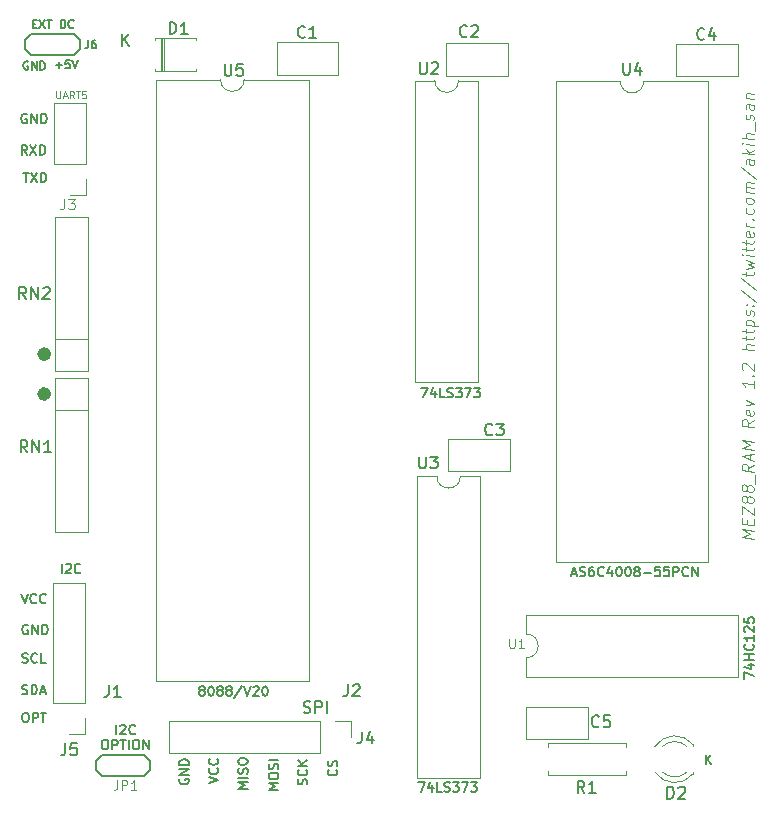
<source format=gto>
%TF.GenerationSoftware,KiCad,Pcbnew,7.0.8*%
%TF.CreationDate,2024-05-03T21:11:10+09:00*%
%TF.ProjectId,MEZ88_RAM,4d455a38-385f-4524-914d-2e6b69636164,Rev 1.2*%
%TF.SameCoordinates,PX65317e4PY8319cac*%
%TF.FileFunction,Legend,Top*%
%TF.FilePolarity,Positive*%
%FSLAX46Y46*%
G04 Gerber Fmt 4.6, Leading zero omitted, Abs format (unit mm)*
G04 Created by KiCad (PCBNEW 7.0.8) date 2024-05-03 21:11:10*
%MOMM*%
%LPD*%
G01*
G04 APERTURE LIST*
%ADD10C,0.589004*%
%ADD11C,0.140000*%
%ADD12C,0.160000*%
%ADD13C,0.150000*%
%ADD14C,0.120000*%
%ADD15C,0.125000*%
%ADD16C,0.100000*%
%ADD17C,0.112500*%
G04 APERTURE END LIST*
D10*
X3944502Y34880000D02*
G75*
G03*
X3944502Y34880000I-294502J0D01*
G01*
X3944502Y38250000D02*
G75*
G03*
X3944502Y38250000I-294502J0D01*
G01*
D11*
X2668771Y66209614D02*
X2902105Y66209614D01*
X3002105Y65842947D02*
X2668771Y65842947D01*
X2668771Y65842947D02*
X2668771Y66542947D01*
X2668771Y66542947D02*
X3002105Y66542947D01*
X3235438Y66542947D02*
X3702104Y65842947D01*
X3702104Y66542947D02*
X3235438Y65842947D01*
X3868771Y66542947D02*
X4268771Y66542947D01*
X4068771Y65842947D02*
X4068771Y66542947D01*
X5035437Y65842947D02*
X5035437Y66542947D01*
X5035437Y66542947D02*
X5202104Y66542947D01*
X5202104Y66542947D02*
X5302104Y66509614D01*
X5302104Y66509614D02*
X5368771Y66442947D01*
X5368771Y66442947D02*
X5402104Y66376280D01*
X5402104Y66376280D02*
X5435437Y66242947D01*
X5435437Y66242947D02*
X5435437Y66142947D01*
X5435437Y66142947D02*
X5402104Y66009614D01*
X5402104Y66009614D02*
X5368771Y65942947D01*
X5368771Y65942947D02*
X5302104Y65876280D01*
X5302104Y65876280D02*
X5202104Y65842947D01*
X5202104Y65842947D02*
X5035437Y65842947D01*
X6135437Y65909614D02*
X6102104Y65876280D01*
X6102104Y65876280D02*
X6002104Y65842947D01*
X6002104Y65842947D02*
X5935437Y65842947D01*
X5935437Y65842947D02*
X5835437Y65876280D01*
X5835437Y65876280D02*
X5768771Y65942947D01*
X5768771Y65942947D02*
X5735437Y66009614D01*
X5735437Y66009614D02*
X5702104Y66142947D01*
X5702104Y66142947D02*
X5702104Y66242947D01*
X5702104Y66242947D02*
X5735437Y66376280D01*
X5735437Y66376280D02*
X5768771Y66442947D01*
X5768771Y66442947D02*
X5835437Y66509614D01*
X5835437Y66509614D02*
X5935437Y66542947D01*
X5935437Y66542947D02*
X6002104Y66542947D01*
X6002104Y66542947D02*
X6102104Y66509614D01*
X6102104Y66509614D02*
X6135437Y66476280D01*
D12*
X48317643Y19664797D02*
X48698596Y19664797D01*
X48241453Y19436225D02*
X48508120Y20236225D01*
X48508120Y20236225D02*
X48774786Y19436225D01*
X49003357Y19474320D02*
X49117643Y19436225D01*
X49117643Y19436225D02*
X49308119Y19436225D01*
X49308119Y19436225D02*
X49384310Y19474320D01*
X49384310Y19474320D02*
X49422405Y19512416D01*
X49422405Y19512416D02*
X49460500Y19588606D01*
X49460500Y19588606D02*
X49460500Y19664797D01*
X49460500Y19664797D02*
X49422405Y19740987D01*
X49422405Y19740987D02*
X49384310Y19779082D01*
X49384310Y19779082D02*
X49308119Y19817178D01*
X49308119Y19817178D02*
X49155738Y19855273D01*
X49155738Y19855273D02*
X49079548Y19893368D01*
X49079548Y19893368D02*
X49041453Y19931463D01*
X49041453Y19931463D02*
X49003357Y20007654D01*
X49003357Y20007654D02*
X49003357Y20083844D01*
X49003357Y20083844D02*
X49041453Y20160035D01*
X49041453Y20160035D02*
X49079548Y20198130D01*
X49079548Y20198130D02*
X49155738Y20236225D01*
X49155738Y20236225D02*
X49346215Y20236225D01*
X49346215Y20236225D02*
X49460500Y20198130D01*
X50146215Y20236225D02*
X49993834Y20236225D01*
X49993834Y20236225D02*
X49917643Y20198130D01*
X49917643Y20198130D02*
X49879548Y20160035D01*
X49879548Y20160035D02*
X49803358Y20045749D01*
X49803358Y20045749D02*
X49765262Y19893368D01*
X49765262Y19893368D02*
X49765262Y19588606D01*
X49765262Y19588606D02*
X49803358Y19512416D01*
X49803358Y19512416D02*
X49841453Y19474320D01*
X49841453Y19474320D02*
X49917643Y19436225D01*
X49917643Y19436225D02*
X50070024Y19436225D01*
X50070024Y19436225D02*
X50146215Y19474320D01*
X50146215Y19474320D02*
X50184310Y19512416D01*
X50184310Y19512416D02*
X50222405Y19588606D01*
X50222405Y19588606D02*
X50222405Y19779082D01*
X50222405Y19779082D02*
X50184310Y19855273D01*
X50184310Y19855273D02*
X50146215Y19893368D01*
X50146215Y19893368D02*
X50070024Y19931463D01*
X50070024Y19931463D02*
X49917643Y19931463D01*
X49917643Y19931463D02*
X49841453Y19893368D01*
X49841453Y19893368D02*
X49803358Y19855273D01*
X49803358Y19855273D02*
X49765262Y19779082D01*
X51022406Y19512416D02*
X50984310Y19474320D01*
X50984310Y19474320D02*
X50870025Y19436225D01*
X50870025Y19436225D02*
X50793834Y19436225D01*
X50793834Y19436225D02*
X50679548Y19474320D01*
X50679548Y19474320D02*
X50603358Y19550511D01*
X50603358Y19550511D02*
X50565263Y19626701D01*
X50565263Y19626701D02*
X50527167Y19779082D01*
X50527167Y19779082D02*
X50527167Y19893368D01*
X50527167Y19893368D02*
X50565263Y20045749D01*
X50565263Y20045749D02*
X50603358Y20121940D01*
X50603358Y20121940D02*
X50679548Y20198130D01*
X50679548Y20198130D02*
X50793834Y20236225D01*
X50793834Y20236225D02*
X50870025Y20236225D01*
X50870025Y20236225D02*
X50984310Y20198130D01*
X50984310Y20198130D02*
X51022406Y20160035D01*
X51708120Y19969559D02*
X51708120Y19436225D01*
X51517644Y20274320D02*
X51327167Y19702892D01*
X51327167Y19702892D02*
X51822406Y19702892D01*
X52279549Y20236225D02*
X52355739Y20236225D01*
X52355739Y20236225D02*
X52431930Y20198130D01*
X52431930Y20198130D02*
X52470025Y20160035D01*
X52470025Y20160035D02*
X52508120Y20083844D01*
X52508120Y20083844D02*
X52546215Y19931463D01*
X52546215Y19931463D02*
X52546215Y19740987D01*
X52546215Y19740987D02*
X52508120Y19588606D01*
X52508120Y19588606D02*
X52470025Y19512416D01*
X52470025Y19512416D02*
X52431930Y19474320D01*
X52431930Y19474320D02*
X52355739Y19436225D01*
X52355739Y19436225D02*
X52279549Y19436225D01*
X52279549Y19436225D02*
X52203358Y19474320D01*
X52203358Y19474320D02*
X52165263Y19512416D01*
X52165263Y19512416D02*
X52127168Y19588606D01*
X52127168Y19588606D02*
X52089072Y19740987D01*
X52089072Y19740987D02*
X52089072Y19931463D01*
X52089072Y19931463D02*
X52127168Y20083844D01*
X52127168Y20083844D02*
X52165263Y20160035D01*
X52165263Y20160035D02*
X52203358Y20198130D01*
X52203358Y20198130D02*
X52279549Y20236225D01*
X53041454Y20236225D02*
X53117644Y20236225D01*
X53117644Y20236225D02*
X53193835Y20198130D01*
X53193835Y20198130D02*
X53231930Y20160035D01*
X53231930Y20160035D02*
X53270025Y20083844D01*
X53270025Y20083844D02*
X53308120Y19931463D01*
X53308120Y19931463D02*
X53308120Y19740987D01*
X53308120Y19740987D02*
X53270025Y19588606D01*
X53270025Y19588606D02*
X53231930Y19512416D01*
X53231930Y19512416D02*
X53193835Y19474320D01*
X53193835Y19474320D02*
X53117644Y19436225D01*
X53117644Y19436225D02*
X53041454Y19436225D01*
X53041454Y19436225D02*
X52965263Y19474320D01*
X52965263Y19474320D02*
X52927168Y19512416D01*
X52927168Y19512416D02*
X52889073Y19588606D01*
X52889073Y19588606D02*
X52850977Y19740987D01*
X52850977Y19740987D02*
X52850977Y19931463D01*
X52850977Y19931463D02*
X52889073Y20083844D01*
X52889073Y20083844D02*
X52927168Y20160035D01*
X52927168Y20160035D02*
X52965263Y20198130D01*
X52965263Y20198130D02*
X53041454Y20236225D01*
X53765263Y19893368D02*
X53689073Y19931463D01*
X53689073Y19931463D02*
X53650978Y19969559D01*
X53650978Y19969559D02*
X53612882Y20045749D01*
X53612882Y20045749D02*
X53612882Y20083844D01*
X53612882Y20083844D02*
X53650978Y20160035D01*
X53650978Y20160035D02*
X53689073Y20198130D01*
X53689073Y20198130D02*
X53765263Y20236225D01*
X53765263Y20236225D02*
X53917644Y20236225D01*
X53917644Y20236225D02*
X53993835Y20198130D01*
X53993835Y20198130D02*
X54031930Y20160035D01*
X54031930Y20160035D02*
X54070025Y20083844D01*
X54070025Y20083844D02*
X54070025Y20045749D01*
X54070025Y20045749D02*
X54031930Y19969559D01*
X54031930Y19969559D02*
X53993835Y19931463D01*
X53993835Y19931463D02*
X53917644Y19893368D01*
X53917644Y19893368D02*
X53765263Y19893368D01*
X53765263Y19893368D02*
X53689073Y19855273D01*
X53689073Y19855273D02*
X53650978Y19817178D01*
X53650978Y19817178D02*
X53612882Y19740987D01*
X53612882Y19740987D02*
X53612882Y19588606D01*
X53612882Y19588606D02*
X53650978Y19512416D01*
X53650978Y19512416D02*
X53689073Y19474320D01*
X53689073Y19474320D02*
X53765263Y19436225D01*
X53765263Y19436225D02*
X53917644Y19436225D01*
X53917644Y19436225D02*
X53993835Y19474320D01*
X53993835Y19474320D02*
X54031930Y19512416D01*
X54031930Y19512416D02*
X54070025Y19588606D01*
X54070025Y19588606D02*
X54070025Y19740987D01*
X54070025Y19740987D02*
X54031930Y19817178D01*
X54031930Y19817178D02*
X53993835Y19855273D01*
X53993835Y19855273D02*
X53917644Y19893368D01*
X54412883Y19740987D02*
X55022407Y19740987D01*
X55784311Y20236225D02*
X55403359Y20236225D01*
X55403359Y20236225D02*
X55365263Y19855273D01*
X55365263Y19855273D02*
X55403359Y19893368D01*
X55403359Y19893368D02*
X55479549Y19931463D01*
X55479549Y19931463D02*
X55670025Y19931463D01*
X55670025Y19931463D02*
X55746216Y19893368D01*
X55746216Y19893368D02*
X55784311Y19855273D01*
X55784311Y19855273D02*
X55822406Y19779082D01*
X55822406Y19779082D02*
X55822406Y19588606D01*
X55822406Y19588606D02*
X55784311Y19512416D01*
X55784311Y19512416D02*
X55746216Y19474320D01*
X55746216Y19474320D02*
X55670025Y19436225D01*
X55670025Y19436225D02*
X55479549Y19436225D01*
X55479549Y19436225D02*
X55403359Y19474320D01*
X55403359Y19474320D02*
X55365263Y19512416D01*
X56546216Y20236225D02*
X56165264Y20236225D01*
X56165264Y20236225D02*
X56127168Y19855273D01*
X56127168Y19855273D02*
X56165264Y19893368D01*
X56165264Y19893368D02*
X56241454Y19931463D01*
X56241454Y19931463D02*
X56431930Y19931463D01*
X56431930Y19931463D02*
X56508121Y19893368D01*
X56508121Y19893368D02*
X56546216Y19855273D01*
X56546216Y19855273D02*
X56584311Y19779082D01*
X56584311Y19779082D02*
X56584311Y19588606D01*
X56584311Y19588606D02*
X56546216Y19512416D01*
X56546216Y19512416D02*
X56508121Y19474320D01*
X56508121Y19474320D02*
X56431930Y19436225D01*
X56431930Y19436225D02*
X56241454Y19436225D01*
X56241454Y19436225D02*
X56165264Y19474320D01*
X56165264Y19474320D02*
X56127168Y19512416D01*
X56927169Y19436225D02*
X56927169Y20236225D01*
X56927169Y20236225D02*
X57231931Y20236225D01*
X57231931Y20236225D02*
X57308121Y20198130D01*
X57308121Y20198130D02*
X57346216Y20160035D01*
X57346216Y20160035D02*
X57384312Y20083844D01*
X57384312Y20083844D02*
X57384312Y19969559D01*
X57384312Y19969559D02*
X57346216Y19893368D01*
X57346216Y19893368D02*
X57308121Y19855273D01*
X57308121Y19855273D02*
X57231931Y19817178D01*
X57231931Y19817178D02*
X56927169Y19817178D01*
X58184312Y19512416D02*
X58146216Y19474320D01*
X58146216Y19474320D02*
X58031931Y19436225D01*
X58031931Y19436225D02*
X57955740Y19436225D01*
X57955740Y19436225D02*
X57841454Y19474320D01*
X57841454Y19474320D02*
X57765264Y19550511D01*
X57765264Y19550511D02*
X57727169Y19626701D01*
X57727169Y19626701D02*
X57689073Y19779082D01*
X57689073Y19779082D02*
X57689073Y19893368D01*
X57689073Y19893368D02*
X57727169Y20045749D01*
X57727169Y20045749D02*
X57765264Y20121940D01*
X57765264Y20121940D02*
X57841454Y20198130D01*
X57841454Y20198130D02*
X57955740Y20236225D01*
X57955740Y20236225D02*
X58031931Y20236225D01*
X58031931Y20236225D02*
X58146216Y20198130D01*
X58146216Y20198130D02*
X58184312Y20160035D01*
X58527169Y19436225D02*
X58527169Y20236225D01*
X58527169Y20236225D02*
X58984312Y19436225D01*
X58984312Y19436225D02*
X58984312Y20236225D01*
X2192882Y55136225D02*
X1926215Y55517178D01*
X1735739Y55136225D02*
X1735739Y55936225D01*
X1735739Y55936225D02*
X2040501Y55936225D01*
X2040501Y55936225D02*
X2116691Y55898130D01*
X2116691Y55898130D02*
X2154786Y55860035D01*
X2154786Y55860035D02*
X2192882Y55783844D01*
X2192882Y55783844D02*
X2192882Y55669559D01*
X2192882Y55669559D02*
X2154786Y55593368D01*
X2154786Y55593368D02*
X2116691Y55555273D01*
X2116691Y55555273D02*
X2040501Y55517178D01*
X2040501Y55517178D02*
X1735739Y55517178D01*
X2459548Y55936225D02*
X2992882Y55136225D01*
X2992882Y55936225D02*
X2459548Y55136225D01*
X3297644Y55136225D02*
X3297644Y55936225D01*
X3297644Y55936225D02*
X3488120Y55936225D01*
X3488120Y55936225D02*
X3602406Y55898130D01*
X3602406Y55898130D02*
X3678596Y55821940D01*
X3678596Y55821940D02*
X3716691Y55745749D01*
X3716691Y55745749D02*
X3754787Y55593368D01*
X3754787Y55593368D02*
X3754787Y55479082D01*
X3754787Y55479082D02*
X3716691Y55326701D01*
X3716691Y55326701D02*
X3678596Y55250511D01*
X3678596Y55250511D02*
X3602406Y55174320D01*
X3602406Y55174320D02*
X3488120Y55136225D01*
X3488120Y55136225D02*
X3297644Y55136225D01*
X35329548Y2006225D02*
X35862882Y2006225D01*
X35862882Y2006225D02*
X35520024Y1206225D01*
X36510501Y1739559D02*
X36510501Y1206225D01*
X36320025Y2044320D02*
X36129548Y1472892D01*
X36129548Y1472892D02*
X36624787Y1472892D01*
X37310501Y1206225D02*
X36929549Y1206225D01*
X36929549Y1206225D02*
X36929549Y2006225D01*
X37539072Y1244320D02*
X37653358Y1206225D01*
X37653358Y1206225D02*
X37843834Y1206225D01*
X37843834Y1206225D02*
X37920025Y1244320D01*
X37920025Y1244320D02*
X37958120Y1282416D01*
X37958120Y1282416D02*
X37996215Y1358606D01*
X37996215Y1358606D02*
X37996215Y1434797D01*
X37996215Y1434797D02*
X37958120Y1510987D01*
X37958120Y1510987D02*
X37920025Y1549082D01*
X37920025Y1549082D02*
X37843834Y1587178D01*
X37843834Y1587178D02*
X37691453Y1625273D01*
X37691453Y1625273D02*
X37615263Y1663368D01*
X37615263Y1663368D02*
X37577168Y1701463D01*
X37577168Y1701463D02*
X37539072Y1777654D01*
X37539072Y1777654D02*
X37539072Y1853844D01*
X37539072Y1853844D02*
X37577168Y1930035D01*
X37577168Y1930035D02*
X37615263Y1968130D01*
X37615263Y1968130D02*
X37691453Y2006225D01*
X37691453Y2006225D02*
X37881930Y2006225D01*
X37881930Y2006225D02*
X37996215Y1968130D01*
X38262882Y2006225D02*
X38758120Y2006225D01*
X38758120Y2006225D02*
X38491454Y1701463D01*
X38491454Y1701463D02*
X38605739Y1701463D01*
X38605739Y1701463D02*
X38681930Y1663368D01*
X38681930Y1663368D02*
X38720025Y1625273D01*
X38720025Y1625273D02*
X38758120Y1549082D01*
X38758120Y1549082D02*
X38758120Y1358606D01*
X38758120Y1358606D02*
X38720025Y1282416D01*
X38720025Y1282416D02*
X38681930Y1244320D01*
X38681930Y1244320D02*
X38605739Y1206225D01*
X38605739Y1206225D02*
X38377168Y1206225D01*
X38377168Y1206225D02*
X38300977Y1244320D01*
X38300977Y1244320D02*
X38262882Y1282416D01*
X39024787Y2006225D02*
X39558121Y2006225D01*
X39558121Y2006225D02*
X39215263Y1206225D01*
X39786692Y2006225D02*
X40281930Y2006225D01*
X40281930Y2006225D02*
X40015264Y1701463D01*
X40015264Y1701463D02*
X40129549Y1701463D01*
X40129549Y1701463D02*
X40205740Y1663368D01*
X40205740Y1663368D02*
X40243835Y1625273D01*
X40243835Y1625273D02*
X40281930Y1549082D01*
X40281930Y1549082D02*
X40281930Y1358606D01*
X40281930Y1358606D02*
X40243835Y1282416D01*
X40243835Y1282416D02*
X40205740Y1244320D01*
X40205740Y1244320D02*
X40129549Y1206225D01*
X40129549Y1206225D02*
X39900978Y1206225D01*
X39900978Y1206225D02*
X39824787Y1244320D01*
X39824787Y1244320D02*
X39786692Y1282416D01*
X1988120Y7866225D02*
X2140501Y7866225D01*
X2140501Y7866225D02*
X2216691Y7828130D01*
X2216691Y7828130D02*
X2292882Y7751940D01*
X2292882Y7751940D02*
X2330977Y7599559D01*
X2330977Y7599559D02*
X2330977Y7332892D01*
X2330977Y7332892D02*
X2292882Y7180511D01*
X2292882Y7180511D02*
X2216691Y7104320D01*
X2216691Y7104320D02*
X2140501Y7066225D01*
X2140501Y7066225D02*
X1988120Y7066225D01*
X1988120Y7066225D02*
X1911929Y7104320D01*
X1911929Y7104320D02*
X1835739Y7180511D01*
X1835739Y7180511D02*
X1797643Y7332892D01*
X1797643Y7332892D02*
X1797643Y7599559D01*
X1797643Y7599559D02*
X1835739Y7751940D01*
X1835739Y7751940D02*
X1911929Y7828130D01*
X1911929Y7828130D02*
X1988120Y7866225D01*
X2673834Y7066225D02*
X2673834Y7866225D01*
X2673834Y7866225D02*
X2978596Y7866225D01*
X2978596Y7866225D02*
X3054786Y7828130D01*
X3054786Y7828130D02*
X3092881Y7790035D01*
X3092881Y7790035D02*
X3130977Y7713844D01*
X3130977Y7713844D02*
X3130977Y7599559D01*
X3130977Y7599559D02*
X3092881Y7523368D01*
X3092881Y7523368D02*
X3054786Y7485273D01*
X3054786Y7485273D02*
X2978596Y7447178D01*
X2978596Y7447178D02*
X2673834Y7447178D01*
X3359548Y7866225D02*
X3816691Y7866225D01*
X3588119Y7066225D02*
X3588119Y7866225D01*
X1797643Y12154320D02*
X1911929Y12116225D01*
X1911929Y12116225D02*
X2102405Y12116225D01*
X2102405Y12116225D02*
X2178596Y12154320D01*
X2178596Y12154320D02*
X2216691Y12192416D01*
X2216691Y12192416D02*
X2254786Y12268606D01*
X2254786Y12268606D02*
X2254786Y12344797D01*
X2254786Y12344797D02*
X2216691Y12420987D01*
X2216691Y12420987D02*
X2178596Y12459082D01*
X2178596Y12459082D02*
X2102405Y12497178D01*
X2102405Y12497178D02*
X1950024Y12535273D01*
X1950024Y12535273D02*
X1873834Y12573368D01*
X1873834Y12573368D02*
X1835739Y12611463D01*
X1835739Y12611463D02*
X1797643Y12687654D01*
X1797643Y12687654D02*
X1797643Y12763844D01*
X1797643Y12763844D02*
X1835739Y12840035D01*
X1835739Y12840035D02*
X1873834Y12878130D01*
X1873834Y12878130D02*
X1950024Y12916225D01*
X1950024Y12916225D02*
X2140501Y12916225D01*
X2140501Y12916225D02*
X2254786Y12878130D01*
X3054787Y12192416D02*
X3016691Y12154320D01*
X3016691Y12154320D02*
X2902406Y12116225D01*
X2902406Y12116225D02*
X2826215Y12116225D01*
X2826215Y12116225D02*
X2711929Y12154320D01*
X2711929Y12154320D02*
X2635739Y12230511D01*
X2635739Y12230511D02*
X2597644Y12306701D01*
X2597644Y12306701D02*
X2559548Y12459082D01*
X2559548Y12459082D02*
X2559548Y12573368D01*
X2559548Y12573368D02*
X2597644Y12725749D01*
X2597644Y12725749D02*
X2635739Y12801940D01*
X2635739Y12801940D02*
X2711929Y12878130D01*
X2711929Y12878130D02*
X2826215Y12916225D01*
X2826215Y12916225D02*
X2902406Y12916225D01*
X2902406Y12916225D02*
X3016691Y12878130D01*
X3016691Y12878130D02*
X3054787Y12840035D01*
X3778596Y12116225D02*
X3397644Y12116225D01*
X3397644Y12116225D02*
X3397644Y12916225D01*
X35569548Y35386225D02*
X36102882Y35386225D01*
X36102882Y35386225D02*
X35760024Y34586225D01*
X36750501Y35119559D02*
X36750501Y34586225D01*
X36560025Y35424320D02*
X36369548Y34852892D01*
X36369548Y34852892D02*
X36864787Y34852892D01*
X37550501Y34586225D02*
X37169549Y34586225D01*
X37169549Y34586225D02*
X37169549Y35386225D01*
X37779072Y34624320D02*
X37893358Y34586225D01*
X37893358Y34586225D02*
X38083834Y34586225D01*
X38083834Y34586225D02*
X38160025Y34624320D01*
X38160025Y34624320D02*
X38198120Y34662416D01*
X38198120Y34662416D02*
X38236215Y34738606D01*
X38236215Y34738606D02*
X38236215Y34814797D01*
X38236215Y34814797D02*
X38198120Y34890987D01*
X38198120Y34890987D02*
X38160025Y34929082D01*
X38160025Y34929082D02*
X38083834Y34967178D01*
X38083834Y34967178D02*
X37931453Y35005273D01*
X37931453Y35005273D02*
X37855263Y35043368D01*
X37855263Y35043368D02*
X37817168Y35081463D01*
X37817168Y35081463D02*
X37779072Y35157654D01*
X37779072Y35157654D02*
X37779072Y35233844D01*
X37779072Y35233844D02*
X37817168Y35310035D01*
X37817168Y35310035D02*
X37855263Y35348130D01*
X37855263Y35348130D02*
X37931453Y35386225D01*
X37931453Y35386225D02*
X38121930Y35386225D01*
X38121930Y35386225D02*
X38236215Y35348130D01*
X38502882Y35386225D02*
X38998120Y35386225D01*
X38998120Y35386225D02*
X38731454Y35081463D01*
X38731454Y35081463D02*
X38845739Y35081463D01*
X38845739Y35081463D02*
X38921930Y35043368D01*
X38921930Y35043368D02*
X38960025Y35005273D01*
X38960025Y35005273D02*
X38998120Y34929082D01*
X38998120Y34929082D02*
X38998120Y34738606D01*
X38998120Y34738606D02*
X38960025Y34662416D01*
X38960025Y34662416D02*
X38921930Y34624320D01*
X38921930Y34624320D02*
X38845739Y34586225D01*
X38845739Y34586225D02*
X38617168Y34586225D01*
X38617168Y34586225D02*
X38540977Y34624320D01*
X38540977Y34624320D02*
X38502882Y34662416D01*
X39264787Y35386225D02*
X39798121Y35386225D01*
X39798121Y35386225D02*
X39455263Y34586225D01*
X40026692Y35386225D02*
X40521930Y35386225D01*
X40521930Y35386225D02*
X40255264Y35081463D01*
X40255264Y35081463D02*
X40369549Y35081463D01*
X40369549Y35081463D02*
X40445740Y35043368D01*
X40445740Y35043368D02*
X40483835Y35005273D01*
X40483835Y35005273D02*
X40521930Y34929082D01*
X40521930Y34929082D02*
X40521930Y34738606D01*
X40521930Y34738606D02*
X40483835Y34662416D01*
X40483835Y34662416D02*
X40445740Y34624320D01*
X40445740Y34624320D02*
X40369549Y34586225D01*
X40369549Y34586225D02*
X40140978Y34586225D01*
X40140978Y34586225D02*
X40064787Y34624320D01*
X40064787Y34624320D02*
X40026692Y34662416D01*
X59685739Y3506225D02*
X59685739Y4306225D01*
X60142882Y3506225D02*
X59800024Y3963368D01*
X60142882Y4306225D02*
X59685739Y3849082D01*
X2174786Y58568130D02*
X2098596Y58606225D01*
X2098596Y58606225D02*
X1984310Y58606225D01*
X1984310Y58606225D02*
X1870024Y58568130D01*
X1870024Y58568130D02*
X1793834Y58491940D01*
X1793834Y58491940D02*
X1755739Y58415749D01*
X1755739Y58415749D02*
X1717643Y58263368D01*
X1717643Y58263368D02*
X1717643Y58149082D01*
X1717643Y58149082D02*
X1755739Y57996701D01*
X1755739Y57996701D02*
X1793834Y57920511D01*
X1793834Y57920511D02*
X1870024Y57844320D01*
X1870024Y57844320D02*
X1984310Y57806225D01*
X1984310Y57806225D02*
X2060501Y57806225D01*
X2060501Y57806225D02*
X2174786Y57844320D01*
X2174786Y57844320D02*
X2212882Y57882416D01*
X2212882Y57882416D02*
X2212882Y58149082D01*
X2212882Y58149082D02*
X2060501Y58149082D01*
X2555739Y57806225D02*
X2555739Y58606225D01*
X2555739Y58606225D02*
X3012882Y57806225D01*
X3012882Y57806225D02*
X3012882Y58606225D01*
X3393834Y57806225D02*
X3393834Y58606225D01*
X3393834Y58606225D02*
X3584310Y58606225D01*
X3584310Y58606225D02*
X3698596Y58568130D01*
X3698596Y58568130D02*
X3774786Y58491940D01*
X3774786Y58491940D02*
X3812881Y58415749D01*
X3812881Y58415749D02*
X3850977Y58263368D01*
X3850977Y58263368D02*
X3850977Y58149082D01*
X3850977Y58149082D02*
X3812881Y57996701D01*
X3812881Y57996701D02*
X3774786Y57920511D01*
X3774786Y57920511D02*
X3698596Y57844320D01*
X3698596Y57844320D02*
X3584310Y57806225D01*
X3584310Y57806225D02*
X3393834Y57806225D01*
X62933775Y10769549D02*
X62933775Y11302883D01*
X62933775Y11302883D02*
X63733775Y10960025D01*
X63200441Y11950502D02*
X63733775Y11950502D01*
X62895680Y11760026D02*
X63467108Y11569549D01*
X63467108Y11569549D02*
X63467108Y12064788D01*
X63733775Y12369550D02*
X62933775Y12369550D01*
X63314727Y12369550D02*
X63314727Y12826693D01*
X63733775Y12826693D02*
X62933775Y12826693D01*
X63657584Y13664788D02*
X63695680Y13626692D01*
X63695680Y13626692D02*
X63733775Y13512407D01*
X63733775Y13512407D02*
X63733775Y13436216D01*
X63733775Y13436216D02*
X63695680Y13321930D01*
X63695680Y13321930D02*
X63619489Y13245740D01*
X63619489Y13245740D02*
X63543299Y13207645D01*
X63543299Y13207645D02*
X63390918Y13169549D01*
X63390918Y13169549D02*
X63276632Y13169549D01*
X63276632Y13169549D02*
X63124251Y13207645D01*
X63124251Y13207645D02*
X63048060Y13245740D01*
X63048060Y13245740D02*
X62971870Y13321930D01*
X62971870Y13321930D02*
X62933775Y13436216D01*
X62933775Y13436216D02*
X62933775Y13512407D01*
X62933775Y13512407D02*
X62971870Y13626692D01*
X62971870Y13626692D02*
X63009965Y13664788D01*
X63733775Y14426692D02*
X63733775Y13969549D01*
X63733775Y14198121D02*
X62933775Y14198121D01*
X62933775Y14198121D02*
X63048060Y14121930D01*
X63048060Y14121930D02*
X63124251Y14045740D01*
X63124251Y14045740D02*
X63162346Y13969549D01*
X63009965Y14731454D02*
X62971870Y14769550D01*
X62971870Y14769550D02*
X62933775Y14845740D01*
X62933775Y14845740D02*
X62933775Y15036216D01*
X62933775Y15036216D02*
X62971870Y15112407D01*
X62971870Y15112407D02*
X63009965Y15150502D01*
X63009965Y15150502D02*
X63086156Y15188597D01*
X63086156Y15188597D02*
X63162346Y15188597D01*
X63162346Y15188597D02*
X63276632Y15150502D01*
X63276632Y15150502D02*
X63733775Y14693359D01*
X63733775Y14693359D02*
X63733775Y15188597D01*
X62933775Y15912407D02*
X62933775Y15531455D01*
X62933775Y15531455D02*
X63314727Y15493359D01*
X63314727Y15493359D02*
X63276632Y15531455D01*
X63276632Y15531455D02*
X63238537Y15607645D01*
X63238537Y15607645D02*
X63238537Y15798121D01*
X63238537Y15798121D02*
X63276632Y15874312D01*
X63276632Y15874312D02*
X63314727Y15912407D01*
X63314727Y15912407D02*
X63390918Y15950502D01*
X63390918Y15950502D02*
X63581394Y15950502D01*
X63581394Y15950502D02*
X63657584Y15912407D01*
X63657584Y15912407D02*
X63695680Y15874312D01*
X63695680Y15874312D02*
X63733775Y15798121D01*
X63733775Y15798121D02*
X63733775Y15607645D01*
X63733775Y15607645D02*
X63695680Y15531455D01*
X63695680Y15531455D02*
X63657584Y15493359D01*
X16930024Y9783368D02*
X16853834Y9821463D01*
X16853834Y9821463D02*
X16815739Y9859559D01*
X16815739Y9859559D02*
X16777643Y9935749D01*
X16777643Y9935749D02*
X16777643Y9973844D01*
X16777643Y9973844D02*
X16815739Y10050035D01*
X16815739Y10050035D02*
X16853834Y10088130D01*
X16853834Y10088130D02*
X16930024Y10126225D01*
X16930024Y10126225D02*
X17082405Y10126225D01*
X17082405Y10126225D02*
X17158596Y10088130D01*
X17158596Y10088130D02*
X17196691Y10050035D01*
X17196691Y10050035D02*
X17234786Y9973844D01*
X17234786Y9973844D02*
X17234786Y9935749D01*
X17234786Y9935749D02*
X17196691Y9859559D01*
X17196691Y9859559D02*
X17158596Y9821463D01*
X17158596Y9821463D02*
X17082405Y9783368D01*
X17082405Y9783368D02*
X16930024Y9783368D01*
X16930024Y9783368D02*
X16853834Y9745273D01*
X16853834Y9745273D02*
X16815739Y9707178D01*
X16815739Y9707178D02*
X16777643Y9630987D01*
X16777643Y9630987D02*
X16777643Y9478606D01*
X16777643Y9478606D02*
X16815739Y9402416D01*
X16815739Y9402416D02*
X16853834Y9364320D01*
X16853834Y9364320D02*
X16930024Y9326225D01*
X16930024Y9326225D02*
X17082405Y9326225D01*
X17082405Y9326225D02*
X17158596Y9364320D01*
X17158596Y9364320D02*
X17196691Y9402416D01*
X17196691Y9402416D02*
X17234786Y9478606D01*
X17234786Y9478606D02*
X17234786Y9630987D01*
X17234786Y9630987D02*
X17196691Y9707178D01*
X17196691Y9707178D02*
X17158596Y9745273D01*
X17158596Y9745273D02*
X17082405Y9783368D01*
X17730025Y10126225D02*
X17806215Y10126225D01*
X17806215Y10126225D02*
X17882406Y10088130D01*
X17882406Y10088130D02*
X17920501Y10050035D01*
X17920501Y10050035D02*
X17958596Y9973844D01*
X17958596Y9973844D02*
X17996691Y9821463D01*
X17996691Y9821463D02*
X17996691Y9630987D01*
X17996691Y9630987D02*
X17958596Y9478606D01*
X17958596Y9478606D02*
X17920501Y9402416D01*
X17920501Y9402416D02*
X17882406Y9364320D01*
X17882406Y9364320D02*
X17806215Y9326225D01*
X17806215Y9326225D02*
X17730025Y9326225D01*
X17730025Y9326225D02*
X17653834Y9364320D01*
X17653834Y9364320D02*
X17615739Y9402416D01*
X17615739Y9402416D02*
X17577644Y9478606D01*
X17577644Y9478606D02*
X17539548Y9630987D01*
X17539548Y9630987D02*
X17539548Y9821463D01*
X17539548Y9821463D02*
X17577644Y9973844D01*
X17577644Y9973844D02*
X17615739Y10050035D01*
X17615739Y10050035D02*
X17653834Y10088130D01*
X17653834Y10088130D02*
X17730025Y10126225D01*
X18453834Y9783368D02*
X18377644Y9821463D01*
X18377644Y9821463D02*
X18339549Y9859559D01*
X18339549Y9859559D02*
X18301453Y9935749D01*
X18301453Y9935749D02*
X18301453Y9973844D01*
X18301453Y9973844D02*
X18339549Y10050035D01*
X18339549Y10050035D02*
X18377644Y10088130D01*
X18377644Y10088130D02*
X18453834Y10126225D01*
X18453834Y10126225D02*
X18606215Y10126225D01*
X18606215Y10126225D02*
X18682406Y10088130D01*
X18682406Y10088130D02*
X18720501Y10050035D01*
X18720501Y10050035D02*
X18758596Y9973844D01*
X18758596Y9973844D02*
X18758596Y9935749D01*
X18758596Y9935749D02*
X18720501Y9859559D01*
X18720501Y9859559D02*
X18682406Y9821463D01*
X18682406Y9821463D02*
X18606215Y9783368D01*
X18606215Y9783368D02*
X18453834Y9783368D01*
X18453834Y9783368D02*
X18377644Y9745273D01*
X18377644Y9745273D02*
X18339549Y9707178D01*
X18339549Y9707178D02*
X18301453Y9630987D01*
X18301453Y9630987D02*
X18301453Y9478606D01*
X18301453Y9478606D02*
X18339549Y9402416D01*
X18339549Y9402416D02*
X18377644Y9364320D01*
X18377644Y9364320D02*
X18453834Y9326225D01*
X18453834Y9326225D02*
X18606215Y9326225D01*
X18606215Y9326225D02*
X18682406Y9364320D01*
X18682406Y9364320D02*
X18720501Y9402416D01*
X18720501Y9402416D02*
X18758596Y9478606D01*
X18758596Y9478606D02*
X18758596Y9630987D01*
X18758596Y9630987D02*
X18720501Y9707178D01*
X18720501Y9707178D02*
X18682406Y9745273D01*
X18682406Y9745273D02*
X18606215Y9783368D01*
X19215739Y9783368D02*
X19139549Y9821463D01*
X19139549Y9821463D02*
X19101454Y9859559D01*
X19101454Y9859559D02*
X19063358Y9935749D01*
X19063358Y9935749D02*
X19063358Y9973844D01*
X19063358Y9973844D02*
X19101454Y10050035D01*
X19101454Y10050035D02*
X19139549Y10088130D01*
X19139549Y10088130D02*
X19215739Y10126225D01*
X19215739Y10126225D02*
X19368120Y10126225D01*
X19368120Y10126225D02*
X19444311Y10088130D01*
X19444311Y10088130D02*
X19482406Y10050035D01*
X19482406Y10050035D02*
X19520501Y9973844D01*
X19520501Y9973844D02*
X19520501Y9935749D01*
X19520501Y9935749D02*
X19482406Y9859559D01*
X19482406Y9859559D02*
X19444311Y9821463D01*
X19444311Y9821463D02*
X19368120Y9783368D01*
X19368120Y9783368D02*
X19215739Y9783368D01*
X19215739Y9783368D02*
X19139549Y9745273D01*
X19139549Y9745273D02*
X19101454Y9707178D01*
X19101454Y9707178D02*
X19063358Y9630987D01*
X19063358Y9630987D02*
X19063358Y9478606D01*
X19063358Y9478606D02*
X19101454Y9402416D01*
X19101454Y9402416D02*
X19139549Y9364320D01*
X19139549Y9364320D02*
X19215739Y9326225D01*
X19215739Y9326225D02*
X19368120Y9326225D01*
X19368120Y9326225D02*
X19444311Y9364320D01*
X19444311Y9364320D02*
X19482406Y9402416D01*
X19482406Y9402416D02*
X19520501Y9478606D01*
X19520501Y9478606D02*
X19520501Y9630987D01*
X19520501Y9630987D02*
X19482406Y9707178D01*
X19482406Y9707178D02*
X19444311Y9745273D01*
X19444311Y9745273D02*
X19368120Y9783368D01*
X20434787Y10164320D02*
X19749073Y9135749D01*
X20587168Y10126225D02*
X20853835Y9326225D01*
X20853835Y9326225D02*
X21120501Y10126225D01*
X21349072Y10050035D02*
X21387168Y10088130D01*
X21387168Y10088130D02*
X21463358Y10126225D01*
X21463358Y10126225D02*
X21653834Y10126225D01*
X21653834Y10126225D02*
X21730025Y10088130D01*
X21730025Y10088130D02*
X21768120Y10050035D01*
X21768120Y10050035D02*
X21806215Y9973844D01*
X21806215Y9973844D02*
X21806215Y9897654D01*
X21806215Y9897654D02*
X21768120Y9783368D01*
X21768120Y9783368D02*
X21310977Y9326225D01*
X21310977Y9326225D02*
X21806215Y9326225D01*
X22301454Y10126225D02*
X22377644Y10126225D01*
X22377644Y10126225D02*
X22453835Y10088130D01*
X22453835Y10088130D02*
X22491930Y10050035D01*
X22491930Y10050035D02*
X22530025Y9973844D01*
X22530025Y9973844D02*
X22568120Y9821463D01*
X22568120Y9821463D02*
X22568120Y9630987D01*
X22568120Y9630987D02*
X22530025Y9478606D01*
X22530025Y9478606D02*
X22491930Y9402416D01*
X22491930Y9402416D02*
X22453835Y9364320D01*
X22453835Y9364320D02*
X22377644Y9326225D01*
X22377644Y9326225D02*
X22301454Y9326225D01*
X22301454Y9326225D02*
X22225263Y9364320D01*
X22225263Y9364320D02*
X22187168Y9402416D01*
X22187168Y9402416D02*
X22149073Y9478606D01*
X22149073Y9478606D02*
X22110977Y9630987D01*
X22110977Y9630987D02*
X22110977Y9821463D01*
X22110977Y9821463D02*
X22149073Y9973844D01*
X22149073Y9973844D02*
X22187168Y10050035D01*
X22187168Y10050035D02*
X22225263Y10088130D01*
X22225263Y10088130D02*
X22301454Y10126225D01*
D13*
X15122390Y2268208D02*
X15084295Y2192018D01*
X15084295Y2192018D02*
X15084295Y2077732D01*
X15084295Y2077732D02*
X15122390Y1963446D01*
X15122390Y1963446D02*
X15198580Y1887256D01*
X15198580Y1887256D02*
X15274771Y1849161D01*
X15274771Y1849161D02*
X15427152Y1811065D01*
X15427152Y1811065D02*
X15541438Y1811065D01*
X15541438Y1811065D02*
X15693819Y1849161D01*
X15693819Y1849161D02*
X15770009Y1887256D01*
X15770009Y1887256D02*
X15846200Y1963446D01*
X15846200Y1963446D02*
X15884295Y2077732D01*
X15884295Y2077732D02*
X15884295Y2153923D01*
X15884295Y2153923D02*
X15846200Y2268208D01*
X15846200Y2268208D02*
X15808104Y2306304D01*
X15808104Y2306304D02*
X15541438Y2306304D01*
X15541438Y2306304D02*
X15541438Y2153923D01*
X15884295Y2649161D02*
X15084295Y2649161D01*
X15084295Y2649161D02*
X15884295Y3106304D01*
X15884295Y3106304D02*
X15084295Y3106304D01*
X15884295Y3487256D02*
X15084295Y3487256D01*
X15084295Y3487256D02*
X15084295Y3677732D01*
X15084295Y3677732D02*
X15122390Y3792018D01*
X15122390Y3792018D02*
X15198580Y3868208D01*
X15198580Y3868208D02*
X15274771Y3906303D01*
X15274771Y3906303D02*
X15427152Y3944399D01*
X15427152Y3944399D02*
X15541438Y3944399D01*
X15541438Y3944399D02*
X15693819Y3906303D01*
X15693819Y3906303D02*
X15770009Y3868208D01*
X15770009Y3868208D02*
X15846200Y3792018D01*
X15846200Y3792018D02*
X15884295Y3677732D01*
X15884295Y3677732D02*
X15884295Y3487256D01*
X23444295Y1379161D02*
X22644295Y1379161D01*
X22644295Y1379161D02*
X23215723Y1645827D01*
X23215723Y1645827D02*
X22644295Y1912494D01*
X22644295Y1912494D02*
X23444295Y1912494D01*
X22644295Y2445828D02*
X22644295Y2598209D01*
X22644295Y2598209D02*
X22682390Y2674399D01*
X22682390Y2674399D02*
X22758580Y2750590D01*
X22758580Y2750590D02*
X22910961Y2788685D01*
X22910961Y2788685D02*
X23177628Y2788685D01*
X23177628Y2788685D02*
X23330009Y2750590D01*
X23330009Y2750590D02*
X23406200Y2674399D01*
X23406200Y2674399D02*
X23444295Y2598209D01*
X23444295Y2598209D02*
X23444295Y2445828D01*
X23444295Y2445828D02*
X23406200Y2369637D01*
X23406200Y2369637D02*
X23330009Y2293447D01*
X23330009Y2293447D02*
X23177628Y2255351D01*
X23177628Y2255351D02*
X22910961Y2255351D01*
X22910961Y2255351D02*
X22758580Y2293447D01*
X22758580Y2293447D02*
X22682390Y2369637D01*
X22682390Y2369637D02*
X22644295Y2445828D01*
X23406200Y3093446D02*
X23444295Y3207732D01*
X23444295Y3207732D02*
X23444295Y3398208D01*
X23444295Y3398208D02*
X23406200Y3474399D01*
X23406200Y3474399D02*
X23368104Y3512494D01*
X23368104Y3512494D02*
X23291914Y3550589D01*
X23291914Y3550589D02*
X23215723Y3550589D01*
X23215723Y3550589D02*
X23139533Y3512494D01*
X23139533Y3512494D02*
X23101438Y3474399D01*
X23101438Y3474399D02*
X23063342Y3398208D01*
X23063342Y3398208D02*
X23025247Y3245827D01*
X23025247Y3245827D02*
X22987152Y3169637D01*
X22987152Y3169637D02*
X22949057Y3131542D01*
X22949057Y3131542D02*
X22872866Y3093446D01*
X22872866Y3093446D02*
X22796676Y3093446D01*
X22796676Y3093446D02*
X22720485Y3131542D01*
X22720485Y3131542D02*
X22682390Y3169637D01*
X22682390Y3169637D02*
X22644295Y3245827D01*
X22644295Y3245827D02*
X22644295Y3436304D01*
X22644295Y3436304D02*
X22682390Y3550589D01*
X23444295Y3893447D02*
X22644295Y3893447D01*
X28388104Y3066304D02*
X28426200Y3028208D01*
X28426200Y3028208D02*
X28464295Y2913923D01*
X28464295Y2913923D02*
X28464295Y2837732D01*
X28464295Y2837732D02*
X28426200Y2723446D01*
X28426200Y2723446D02*
X28350009Y2647256D01*
X28350009Y2647256D02*
X28273819Y2609161D01*
X28273819Y2609161D02*
X28121438Y2571065D01*
X28121438Y2571065D02*
X28007152Y2571065D01*
X28007152Y2571065D02*
X27854771Y2609161D01*
X27854771Y2609161D02*
X27778580Y2647256D01*
X27778580Y2647256D02*
X27702390Y2723446D01*
X27702390Y2723446D02*
X27664295Y2837732D01*
X27664295Y2837732D02*
X27664295Y2913923D01*
X27664295Y2913923D02*
X27702390Y3028208D01*
X27702390Y3028208D02*
X27740485Y3066304D01*
X28426200Y3371065D02*
X28464295Y3485351D01*
X28464295Y3485351D02*
X28464295Y3675827D01*
X28464295Y3675827D02*
X28426200Y3752018D01*
X28426200Y3752018D02*
X28388104Y3790113D01*
X28388104Y3790113D02*
X28311914Y3828208D01*
X28311914Y3828208D02*
X28235723Y3828208D01*
X28235723Y3828208D02*
X28159533Y3790113D01*
X28159533Y3790113D02*
X28121438Y3752018D01*
X28121438Y3752018D02*
X28083342Y3675827D01*
X28083342Y3675827D02*
X28045247Y3523446D01*
X28045247Y3523446D02*
X28007152Y3447256D01*
X28007152Y3447256D02*
X27969057Y3409161D01*
X27969057Y3409161D02*
X27892866Y3371065D01*
X27892866Y3371065D02*
X27816676Y3371065D01*
X27816676Y3371065D02*
X27740485Y3409161D01*
X27740485Y3409161D02*
X27702390Y3447256D01*
X27702390Y3447256D02*
X27664295Y3523446D01*
X27664295Y3523446D02*
X27664295Y3713923D01*
X27664295Y3713923D02*
X27702390Y3828208D01*
X25609160Y7907800D02*
X25752017Y7860181D01*
X25752017Y7860181D02*
X25990112Y7860181D01*
X25990112Y7860181D02*
X26085350Y7907800D01*
X26085350Y7907800D02*
X26132969Y7955420D01*
X26132969Y7955420D02*
X26180588Y8050658D01*
X26180588Y8050658D02*
X26180588Y8145896D01*
X26180588Y8145896D02*
X26132969Y8241134D01*
X26132969Y8241134D02*
X26085350Y8288753D01*
X26085350Y8288753D02*
X25990112Y8336372D01*
X25990112Y8336372D02*
X25799636Y8383991D01*
X25799636Y8383991D02*
X25704398Y8431610D01*
X25704398Y8431610D02*
X25656779Y8479229D01*
X25656779Y8479229D02*
X25609160Y8574467D01*
X25609160Y8574467D02*
X25609160Y8669705D01*
X25609160Y8669705D02*
X25656779Y8764943D01*
X25656779Y8764943D02*
X25704398Y8812562D01*
X25704398Y8812562D02*
X25799636Y8860181D01*
X25799636Y8860181D02*
X26037731Y8860181D01*
X26037731Y8860181D02*
X26180588Y8812562D01*
X26609160Y7860181D02*
X26609160Y8860181D01*
X26609160Y8860181D02*
X26990112Y8860181D01*
X26990112Y8860181D02*
X27085350Y8812562D01*
X27085350Y8812562D02*
X27132969Y8764943D01*
X27132969Y8764943D02*
X27180588Y8669705D01*
X27180588Y8669705D02*
X27180588Y8526848D01*
X27180588Y8526848D02*
X27132969Y8431610D01*
X27132969Y8431610D02*
X27085350Y8383991D01*
X27085350Y8383991D02*
X26990112Y8336372D01*
X26990112Y8336372D02*
X26609160Y8336372D01*
X27609160Y7860181D02*
X27609160Y8860181D01*
X20864295Y1469161D02*
X20064295Y1469161D01*
X20064295Y1469161D02*
X20635723Y1735827D01*
X20635723Y1735827D02*
X20064295Y2002494D01*
X20064295Y2002494D02*
X20864295Y2002494D01*
X20864295Y2383447D02*
X20064295Y2383447D01*
X20826200Y2726303D02*
X20864295Y2840589D01*
X20864295Y2840589D02*
X20864295Y3031065D01*
X20864295Y3031065D02*
X20826200Y3107256D01*
X20826200Y3107256D02*
X20788104Y3145351D01*
X20788104Y3145351D02*
X20711914Y3183446D01*
X20711914Y3183446D02*
X20635723Y3183446D01*
X20635723Y3183446D02*
X20559533Y3145351D01*
X20559533Y3145351D02*
X20521438Y3107256D01*
X20521438Y3107256D02*
X20483342Y3031065D01*
X20483342Y3031065D02*
X20445247Y2878684D01*
X20445247Y2878684D02*
X20407152Y2802494D01*
X20407152Y2802494D02*
X20369057Y2764399D01*
X20369057Y2764399D02*
X20292866Y2726303D01*
X20292866Y2726303D02*
X20216676Y2726303D01*
X20216676Y2726303D02*
X20140485Y2764399D01*
X20140485Y2764399D02*
X20102390Y2802494D01*
X20102390Y2802494D02*
X20064295Y2878684D01*
X20064295Y2878684D02*
X20064295Y3069161D01*
X20064295Y3069161D02*
X20102390Y3183446D01*
X20064295Y3678685D02*
X20064295Y3831066D01*
X20064295Y3831066D02*
X20102390Y3907256D01*
X20102390Y3907256D02*
X20178580Y3983447D01*
X20178580Y3983447D02*
X20330961Y4021542D01*
X20330961Y4021542D02*
X20597628Y4021542D01*
X20597628Y4021542D02*
X20750009Y3983447D01*
X20750009Y3983447D02*
X20826200Y3907256D01*
X20826200Y3907256D02*
X20864295Y3831066D01*
X20864295Y3831066D02*
X20864295Y3678685D01*
X20864295Y3678685D02*
X20826200Y3602494D01*
X20826200Y3602494D02*
X20750009Y3526304D01*
X20750009Y3526304D02*
X20597628Y3488208D01*
X20597628Y3488208D02*
X20330961Y3488208D01*
X20330961Y3488208D02*
X20178580Y3526304D01*
X20178580Y3526304D02*
X20102390Y3602494D01*
X20102390Y3602494D02*
X20064295Y3678685D01*
D12*
X1871453Y53596225D02*
X2328596Y53596225D01*
X2100024Y52796225D02*
X2100024Y53596225D01*
X2519072Y53596225D02*
X3052406Y52796225D01*
X3052406Y53596225D02*
X2519072Y52796225D01*
X3357168Y52796225D02*
X3357168Y53596225D01*
X3357168Y53596225D02*
X3547644Y53596225D01*
X3547644Y53596225D02*
X3661930Y53558130D01*
X3661930Y53558130D02*
X3738120Y53481940D01*
X3738120Y53481940D02*
X3776215Y53405749D01*
X3776215Y53405749D02*
X3814311Y53253368D01*
X3814311Y53253368D02*
X3814311Y53139082D01*
X3814311Y53139082D02*
X3776215Y52986701D01*
X3776215Y52986701D02*
X3738120Y52910511D01*
X3738120Y52910511D02*
X3661930Y52834320D01*
X3661930Y52834320D02*
X3547644Y52796225D01*
X3547644Y52796225D02*
X3357168Y52796225D01*
D13*
X17574295Y1924875D02*
X18374295Y2191542D01*
X18374295Y2191542D02*
X17574295Y2458208D01*
X18298104Y3182018D02*
X18336200Y3143922D01*
X18336200Y3143922D02*
X18374295Y3029637D01*
X18374295Y3029637D02*
X18374295Y2953446D01*
X18374295Y2953446D02*
X18336200Y2839160D01*
X18336200Y2839160D02*
X18260009Y2762970D01*
X18260009Y2762970D02*
X18183819Y2724875D01*
X18183819Y2724875D02*
X18031438Y2686779D01*
X18031438Y2686779D02*
X17917152Y2686779D01*
X17917152Y2686779D02*
X17764771Y2724875D01*
X17764771Y2724875D02*
X17688580Y2762970D01*
X17688580Y2762970D02*
X17612390Y2839160D01*
X17612390Y2839160D02*
X17574295Y2953446D01*
X17574295Y2953446D02*
X17574295Y3029637D01*
X17574295Y3029637D02*
X17612390Y3143922D01*
X17612390Y3143922D02*
X17650485Y3182018D01*
X18298104Y3982018D02*
X18336200Y3943922D01*
X18336200Y3943922D02*
X18374295Y3829637D01*
X18374295Y3829637D02*
X18374295Y3753446D01*
X18374295Y3753446D02*
X18336200Y3639160D01*
X18336200Y3639160D02*
X18260009Y3562970D01*
X18260009Y3562970D02*
X18183819Y3524875D01*
X18183819Y3524875D02*
X18031438Y3486779D01*
X18031438Y3486779D02*
X17917152Y3486779D01*
X17917152Y3486779D02*
X17764771Y3524875D01*
X17764771Y3524875D02*
X17688580Y3562970D01*
X17688580Y3562970D02*
X17612390Y3639160D01*
X17612390Y3639160D02*
X17574295Y3753446D01*
X17574295Y3753446D02*
X17574295Y3829637D01*
X17574295Y3829637D02*
X17612390Y3943922D01*
X17612390Y3943922D02*
X17650485Y3982018D01*
D14*
X4681804Y60499669D02*
X4681804Y60013955D01*
X4681804Y60013955D02*
X4710375Y59956812D01*
X4710375Y59956812D02*
X4738947Y59928240D01*
X4738947Y59928240D02*
X4796089Y59899669D01*
X4796089Y59899669D02*
X4910375Y59899669D01*
X4910375Y59899669D02*
X4967518Y59928240D01*
X4967518Y59928240D02*
X4996089Y59956812D01*
X4996089Y59956812D02*
X5024661Y60013955D01*
X5024661Y60013955D02*
X5024661Y60499669D01*
X5281803Y60071098D02*
X5567518Y60071098D01*
X5224660Y59899669D02*
X5424660Y60499669D01*
X5424660Y60499669D02*
X5624660Y59899669D01*
X6167518Y59899669D02*
X5967518Y60185383D01*
X5824661Y59899669D02*
X5824661Y60499669D01*
X5824661Y60499669D02*
X6053232Y60499669D01*
X6053232Y60499669D02*
X6110375Y60471098D01*
X6110375Y60471098D02*
X6138946Y60442526D01*
X6138946Y60442526D02*
X6167518Y60385383D01*
X6167518Y60385383D02*
X6167518Y60299669D01*
X6167518Y60299669D02*
X6138946Y60242526D01*
X6138946Y60242526D02*
X6110375Y60213955D01*
X6110375Y60213955D02*
X6053232Y60185383D01*
X6053232Y60185383D02*
X5824661Y60185383D01*
X6338946Y60499669D02*
X6681804Y60499669D01*
X6510375Y59899669D02*
X6510375Y60499669D01*
X7167518Y60499669D02*
X6881804Y60499669D01*
X6881804Y60499669D02*
X6853232Y60213955D01*
X6853232Y60213955D02*
X6881804Y60242526D01*
X6881804Y60242526D02*
X6938947Y60271098D01*
X6938947Y60271098D02*
X7081804Y60271098D01*
X7081804Y60271098D02*
X7138947Y60242526D01*
X7138947Y60242526D02*
X7167518Y60213955D01*
X7167518Y60213955D02*
X7196089Y60156812D01*
X7196089Y60156812D02*
X7196089Y60013955D01*
X7196089Y60013955D02*
X7167518Y59956812D01*
X7167518Y59956812D02*
X7138947Y59928240D01*
X7138947Y59928240D02*
X7081804Y59899669D01*
X7081804Y59899669D02*
X6938947Y59899669D01*
X6938947Y59899669D02*
X6881804Y59928240D01*
X6881804Y59928240D02*
X6853232Y59956812D01*
D11*
X2265438Y62999614D02*
X2198771Y63032947D01*
X2198771Y63032947D02*
X2098771Y63032947D01*
X2098771Y63032947D02*
X1998771Y62999614D01*
X1998771Y62999614D02*
X1932105Y62932947D01*
X1932105Y62932947D02*
X1898771Y62866280D01*
X1898771Y62866280D02*
X1865438Y62732947D01*
X1865438Y62732947D02*
X1865438Y62632947D01*
X1865438Y62632947D02*
X1898771Y62499614D01*
X1898771Y62499614D02*
X1932105Y62432947D01*
X1932105Y62432947D02*
X1998771Y62366280D01*
X1998771Y62366280D02*
X2098771Y62332947D01*
X2098771Y62332947D02*
X2165438Y62332947D01*
X2165438Y62332947D02*
X2265438Y62366280D01*
X2265438Y62366280D02*
X2298771Y62399614D01*
X2298771Y62399614D02*
X2298771Y62632947D01*
X2298771Y62632947D02*
X2165438Y62632947D01*
X2598771Y62332947D02*
X2598771Y63032947D01*
X2598771Y63032947D02*
X2998771Y62332947D01*
X2998771Y62332947D02*
X2998771Y63032947D01*
X3332104Y62332947D02*
X3332104Y63032947D01*
X3332104Y63032947D02*
X3498771Y63032947D01*
X3498771Y63032947D02*
X3598771Y62999614D01*
X3598771Y62999614D02*
X3665438Y62932947D01*
X3665438Y62932947D02*
X3698771Y62866280D01*
X3698771Y62866280D02*
X3732104Y62732947D01*
X3732104Y62732947D02*
X3732104Y62632947D01*
X3732104Y62632947D02*
X3698771Y62499614D01*
X3698771Y62499614D02*
X3665438Y62432947D01*
X3665438Y62432947D02*
X3598771Y62366280D01*
X3598771Y62366280D02*
X3498771Y62332947D01*
X3498771Y62332947D02*
X3332104Y62332947D01*
D12*
X5115739Y19716225D02*
X5115739Y20516225D01*
X5458595Y20440035D02*
X5496691Y20478130D01*
X5496691Y20478130D02*
X5572881Y20516225D01*
X5572881Y20516225D02*
X5763357Y20516225D01*
X5763357Y20516225D02*
X5839548Y20478130D01*
X5839548Y20478130D02*
X5877643Y20440035D01*
X5877643Y20440035D02*
X5915738Y20363844D01*
X5915738Y20363844D02*
X5915738Y20287654D01*
X5915738Y20287654D02*
X5877643Y20173368D01*
X5877643Y20173368D02*
X5420500Y19716225D01*
X5420500Y19716225D02*
X5915738Y19716225D01*
X6715739Y19792416D02*
X6677643Y19754320D01*
X6677643Y19754320D02*
X6563358Y19716225D01*
X6563358Y19716225D02*
X6487167Y19716225D01*
X6487167Y19716225D02*
X6372881Y19754320D01*
X6372881Y19754320D02*
X6296691Y19830511D01*
X6296691Y19830511D02*
X6258596Y19906701D01*
X6258596Y19906701D02*
X6220500Y20059082D01*
X6220500Y20059082D02*
X6220500Y20173368D01*
X6220500Y20173368D02*
X6258596Y20325749D01*
X6258596Y20325749D02*
X6296691Y20401940D01*
X6296691Y20401940D02*
X6372881Y20478130D01*
X6372881Y20478130D02*
X6487167Y20516225D01*
X6487167Y20516225D02*
X6563358Y20516225D01*
X6563358Y20516225D02*
X6677643Y20478130D01*
X6677643Y20478130D02*
X6715739Y20440035D01*
D13*
X25866200Y1811065D02*
X25904295Y1925351D01*
X25904295Y1925351D02*
X25904295Y2115827D01*
X25904295Y2115827D02*
X25866200Y2192018D01*
X25866200Y2192018D02*
X25828104Y2230113D01*
X25828104Y2230113D02*
X25751914Y2268208D01*
X25751914Y2268208D02*
X25675723Y2268208D01*
X25675723Y2268208D02*
X25599533Y2230113D01*
X25599533Y2230113D02*
X25561438Y2192018D01*
X25561438Y2192018D02*
X25523342Y2115827D01*
X25523342Y2115827D02*
X25485247Y1963446D01*
X25485247Y1963446D02*
X25447152Y1887256D01*
X25447152Y1887256D02*
X25409057Y1849161D01*
X25409057Y1849161D02*
X25332866Y1811065D01*
X25332866Y1811065D02*
X25256676Y1811065D01*
X25256676Y1811065D02*
X25180485Y1849161D01*
X25180485Y1849161D02*
X25142390Y1887256D01*
X25142390Y1887256D02*
X25104295Y1963446D01*
X25104295Y1963446D02*
X25104295Y2153923D01*
X25104295Y2153923D02*
X25142390Y2268208D01*
X25828104Y3068209D02*
X25866200Y3030113D01*
X25866200Y3030113D02*
X25904295Y2915828D01*
X25904295Y2915828D02*
X25904295Y2839637D01*
X25904295Y2839637D02*
X25866200Y2725351D01*
X25866200Y2725351D02*
X25790009Y2649161D01*
X25790009Y2649161D02*
X25713819Y2611066D01*
X25713819Y2611066D02*
X25561438Y2572970D01*
X25561438Y2572970D02*
X25447152Y2572970D01*
X25447152Y2572970D02*
X25294771Y2611066D01*
X25294771Y2611066D02*
X25218580Y2649161D01*
X25218580Y2649161D02*
X25142390Y2725351D01*
X25142390Y2725351D02*
X25104295Y2839637D01*
X25104295Y2839637D02*
X25104295Y2915828D01*
X25104295Y2915828D02*
X25142390Y3030113D01*
X25142390Y3030113D02*
X25180485Y3068209D01*
X25904295Y3411066D02*
X25104295Y3411066D01*
X25904295Y3868209D02*
X25447152Y3525351D01*
X25104295Y3868209D02*
X25561438Y3411066D01*
D12*
X1777643Y9484320D02*
X1891929Y9446225D01*
X1891929Y9446225D02*
X2082405Y9446225D01*
X2082405Y9446225D02*
X2158596Y9484320D01*
X2158596Y9484320D02*
X2196691Y9522416D01*
X2196691Y9522416D02*
X2234786Y9598606D01*
X2234786Y9598606D02*
X2234786Y9674797D01*
X2234786Y9674797D02*
X2196691Y9750987D01*
X2196691Y9750987D02*
X2158596Y9789082D01*
X2158596Y9789082D02*
X2082405Y9827178D01*
X2082405Y9827178D02*
X1930024Y9865273D01*
X1930024Y9865273D02*
X1853834Y9903368D01*
X1853834Y9903368D02*
X1815739Y9941463D01*
X1815739Y9941463D02*
X1777643Y10017654D01*
X1777643Y10017654D02*
X1777643Y10093844D01*
X1777643Y10093844D02*
X1815739Y10170035D01*
X1815739Y10170035D02*
X1853834Y10208130D01*
X1853834Y10208130D02*
X1930024Y10246225D01*
X1930024Y10246225D02*
X2120501Y10246225D01*
X2120501Y10246225D02*
X2234786Y10208130D01*
X2577644Y9446225D02*
X2577644Y10246225D01*
X2577644Y10246225D02*
X2768120Y10246225D01*
X2768120Y10246225D02*
X2882406Y10208130D01*
X2882406Y10208130D02*
X2958596Y10131940D01*
X2958596Y10131940D02*
X2996691Y10055749D01*
X2996691Y10055749D02*
X3034787Y9903368D01*
X3034787Y9903368D02*
X3034787Y9789082D01*
X3034787Y9789082D02*
X2996691Y9636701D01*
X2996691Y9636701D02*
X2958596Y9560511D01*
X2958596Y9560511D02*
X2882406Y9484320D01*
X2882406Y9484320D02*
X2768120Y9446225D01*
X2768120Y9446225D02*
X2577644Y9446225D01*
X3339548Y9674797D02*
X3720501Y9674797D01*
X3263358Y9446225D02*
X3530025Y10246225D01*
X3530025Y10246225D02*
X3796691Y9446225D01*
X9759048Y6064225D02*
X9759048Y6864225D01*
X10101904Y6788035D02*
X10140000Y6826130D01*
X10140000Y6826130D02*
X10216190Y6864225D01*
X10216190Y6864225D02*
X10406666Y6864225D01*
X10406666Y6864225D02*
X10482857Y6826130D01*
X10482857Y6826130D02*
X10520952Y6788035D01*
X10520952Y6788035D02*
X10559047Y6711844D01*
X10559047Y6711844D02*
X10559047Y6635654D01*
X10559047Y6635654D02*
X10520952Y6521368D01*
X10520952Y6521368D02*
X10063809Y6064225D01*
X10063809Y6064225D02*
X10559047Y6064225D01*
X11359048Y6140416D02*
X11320952Y6102320D01*
X11320952Y6102320D02*
X11206667Y6064225D01*
X11206667Y6064225D02*
X11130476Y6064225D01*
X11130476Y6064225D02*
X11016190Y6102320D01*
X11016190Y6102320D02*
X10940000Y6178511D01*
X10940000Y6178511D02*
X10901905Y6254701D01*
X10901905Y6254701D02*
X10863809Y6407082D01*
X10863809Y6407082D02*
X10863809Y6521368D01*
X10863809Y6521368D02*
X10901905Y6673749D01*
X10901905Y6673749D02*
X10940000Y6749940D01*
X10940000Y6749940D02*
X11016190Y6826130D01*
X11016190Y6826130D02*
X11130476Y6864225D01*
X11130476Y6864225D02*
X11206667Y6864225D01*
X11206667Y6864225D02*
X11320952Y6826130D01*
X11320952Y6826130D02*
X11359048Y6788035D01*
X8730477Y5576225D02*
X8882858Y5576225D01*
X8882858Y5576225D02*
X8959048Y5538130D01*
X8959048Y5538130D02*
X9035239Y5461940D01*
X9035239Y5461940D02*
X9073334Y5309559D01*
X9073334Y5309559D02*
X9073334Y5042892D01*
X9073334Y5042892D02*
X9035239Y4890511D01*
X9035239Y4890511D02*
X8959048Y4814320D01*
X8959048Y4814320D02*
X8882858Y4776225D01*
X8882858Y4776225D02*
X8730477Y4776225D01*
X8730477Y4776225D02*
X8654286Y4814320D01*
X8654286Y4814320D02*
X8578096Y4890511D01*
X8578096Y4890511D02*
X8540000Y5042892D01*
X8540000Y5042892D02*
X8540000Y5309559D01*
X8540000Y5309559D02*
X8578096Y5461940D01*
X8578096Y5461940D02*
X8654286Y5538130D01*
X8654286Y5538130D02*
X8730477Y5576225D01*
X9416191Y4776225D02*
X9416191Y5576225D01*
X9416191Y5576225D02*
X9720953Y5576225D01*
X9720953Y5576225D02*
X9797143Y5538130D01*
X9797143Y5538130D02*
X9835238Y5500035D01*
X9835238Y5500035D02*
X9873334Y5423844D01*
X9873334Y5423844D02*
X9873334Y5309559D01*
X9873334Y5309559D02*
X9835238Y5233368D01*
X9835238Y5233368D02*
X9797143Y5195273D01*
X9797143Y5195273D02*
X9720953Y5157178D01*
X9720953Y5157178D02*
X9416191Y5157178D01*
X10101905Y5576225D02*
X10559048Y5576225D01*
X10330476Y4776225D02*
X10330476Y5576225D01*
X10825715Y4776225D02*
X10825715Y5576225D01*
X11359048Y5576225D02*
X11511429Y5576225D01*
X11511429Y5576225D02*
X11587619Y5538130D01*
X11587619Y5538130D02*
X11663810Y5461940D01*
X11663810Y5461940D02*
X11701905Y5309559D01*
X11701905Y5309559D02*
X11701905Y5042892D01*
X11701905Y5042892D02*
X11663810Y4890511D01*
X11663810Y4890511D02*
X11587619Y4814320D01*
X11587619Y4814320D02*
X11511429Y4776225D01*
X11511429Y4776225D02*
X11359048Y4776225D01*
X11359048Y4776225D02*
X11282857Y4814320D01*
X11282857Y4814320D02*
X11206667Y4890511D01*
X11206667Y4890511D02*
X11168571Y5042892D01*
X11168571Y5042892D02*
X11168571Y5309559D01*
X11168571Y5309559D02*
X11206667Y5461940D01*
X11206667Y5461940D02*
X11282857Y5538130D01*
X11282857Y5538130D02*
X11359048Y5576225D01*
X12044762Y4776225D02*
X12044762Y5576225D01*
X12044762Y5576225D02*
X12501905Y4776225D01*
X12501905Y4776225D02*
X12501905Y5576225D01*
D15*
X63711119Y22634379D02*
X62711119Y22759379D01*
X62711119Y22759379D02*
X63425404Y23003427D01*
X63425404Y23003427D02*
X62711119Y23426046D01*
X62711119Y23426046D02*
X63711119Y23301046D01*
X63187309Y23842713D02*
X63187309Y24176046D01*
X63711119Y24253427D02*
X63711119Y23777236D01*
X63711119Y23777236D02*
X62711119Y23902236D01*
X62711119Y23902236D02*
X62711119Y24378427D01*
X62711119Y24711760D02*
X62711119Y25378427D01*
X62711119Y25378427D02*
X63711119Y24586760D01*
X63711119Y24586760D02*
X63711119Y25253427D01*
X63139690Y25848665D02*
X63092071Y25759379D01*
X63092071Y25759379D02*
X63044452Y25717713D01*
X63044452Y25717713D02*
X62949214Y25681998D01*
X62949214Y25681998D02*
X62901595Y25687951D01*
X62901595Y25687951D02*
X62806357Y25747475D01*
X62806357Y25747475D02*
X62758738Y25801046D01*
X62758738Y25801046D02*
X62711119Y25902236D01*
X62711119Y25902236D02*
X62711119Y26092713D01*
X62711119Y26092713D02*
X62758738Y26181998D01*
X62758738Y26181998D02*
X62806357Y26223665D01*
X62806357Y26223665D02*
X62901595Y26259379D01*
X62901595Y26259379D02*
X62949214Y26253427D01*
X62949214Y26253427D02*
X63044452Y26193903D01*
X63044452Y26193903D02*
X63092071Y26140332D01*
X63092071Y26140332D02*
X63139690Y26039141D01*
X63139690Y26039141D02*
X63139690Y25848665D01*
X63139690Y25848665D02*
X63187309Y25747475D01*
X63187309Y25747475D02*
X63234928Y25693903D01*
X63234928Y25693903D02*
X63330166Y25634379D01*
X63330166Y25634379D02*
X63520642Y25610570D01*
X63520642Y25610570D02*
X63615880Y25646284D01*
X63615880Y25646284D02*
X63663500Y25687951D01*
X63663500Y25687951D02*
X63711119Y25777236D01*
X63711119Y25777236D02*
X63711119Y25967713D01*
X63711119Y25967713D02*
X63663500Y26068903D01*
X63663500Y26068903D02*
X63615880Y26122475D01*
X63615880Y26122475D02*
X63520642Y26181998D01*
X63520642Y26181998D02*
X63330166Y26205808D01*
X63330166Y26205808D02*
X63234928Y26170094D01*
X63234928Y26170094D02*
X63187309Y26128427D01*
X63187309Y26128427D02*
X63139690Y26039141D01*
X63139690Y26801046D02*
X63092071Y26711760D01*
X63092071Y26711760D02*
X63044452Y26670094D01*
X63044452Y26670094D02*
X62949214Y26634379D01*
X62949214Y26634379D02*
X62901595Y26640332D01*
X62901595Y26640332D02*
X62806357Y26699856D01*
X62806357Y26699856D02*
X62758738Y26753427D01*
X62758738Y26753427D02*
X62711119Y26854617D01*
X62711119Y26854617D02*
X62711119Y27045094D01*
X62711119Y27045094D02*
X62758738Y27134379D01*
X62758738Y27134379D02*
X62806357Y27176046D01*
X62806357Y27176046D02*
X62901595Y27211760D01*
X62901595Y27211760D02*
X62949214Y27205808D01*
X62949214Y27205808D02*
X63044452Y27146284D01*
X63044452Y27146284D02*
X63092071Y27092713D01*
X63092071Y27092713D02*
X63139690Y26991522D01*
X63139690Y26991522D02*
X63139690Y26801046D01*
X63139690Y26801046D02*
X63187309Y26699856D01*
X63187309Y26699856D02*
X63234928Y26646284D01*
X63234928Y26646284D02*
X63330166Y26586760D01*
X63330166Y26586760D02*
X63520642Y26562951D01*
X63520642Y26562951D02*
X63615880Y26598665D01*
X63615880Y26598665D02*
X63663500Y26640332D01*
X63663500Y26640332D02*
X63711119Y26729617D01*
X63711119Y26729617D02*
X63711119Y26920094D01*
X63711119Y26920094D02*
X63663500Y27021284D01*
X63663500Y27021284D02*
X63615880Y27074856D01*
X63615880Y27074856D02*
X63520642Y27134379D01*
X63520642Y27134379D02*
X63330166Y27158189D01*
X63330166Y27158189D02*
X63234928Y27122475D01*
X63234928Y27122475D02*
X63187309Y27080808D01*
X63187309Y27080808D02*
X63139690Y26991522D01*
X63806357Y27289141D02*
X63806357Y28051046D01*
X63711119Y28872475D02*
X63234928Y28598665D01*
X63711119Y28301046D02*
X62711119Y28426046D01*
X62711119Y28426046D02*
X62711119Y28806999D01*
X62711119Y28806999D02*
X62758738Y28896284D01*
X62758738Y28896284D02*
X62806357Y28937951D01*
X62806357Y28937951D02*
X62901595Y28973665D01*
X62901595Y28973665D02*
X63044452Y28955808D01*
X63044452Y28955808D02*
X63139690Y28896284D01*
X63139690Y28896284D02*
X63187309Y28842713D01*
X63187309Y28842713D02*
X63234928Y28741523D01*
X63234928Y28741523D02*
X63234928Y28360570D01*
X63425404Y29289142D02*
X63425404Y29765332D01*
X63711119Y29158189D02*
X62711119Y29616523D01*
X62711119Y29616523D02*
X63711119Y29824856D01*
X63711119Y30158189D02*
X62711119Y30283189D01*
X62711119Y30283189D02*
X63425404Y30527237D01*
X63425404Y30527237D02*
X62711119Y30949856D01*
X62711119Y30949856D02*
X63711119Y30824856D01*
X63711119Y32634380D02*
X63234928Y32360570D01*
X63711119Y32062951D02*
X62711119Y32187951D01*
X62711119Y32187951D02*
X62711119Y32568904D01*
X62711119Y32568904D02*
X62758738Y32658189D01*
X62758738Y32658189D02*
X62806357Y32699856D01*
X62806357Y32699856D02*
X62901595Y32735570D01*
X62901595Y32735570D02*
X63044452Y32717713D01*
X63044452Y32717713D02*
X63139690Y32658189D01*
X63139690Y32658189D02*
X63187309Y32604618D01*
X63187309Y32604618D02*
X63234928Y32503428D01*
X63234928Y32503428D02*
X63234928Y32122475D01*
X63663500Y33449856D02*
X63711119Y33348666D01*
X63711119Y33348666D02*
X63711119Y33158189D01*
X63711119Y33158189D02*
X63663500Y33068904D01*
X63663500Y33068904D02*
X63568261Y33033189D01*
X63568261Y33033189D02*
X63187309Y33080808D01*
X63187309Y33080808D02*
X63092071Y33140332D01*
X63092071Y33140332D02*
X63044452Y33241523D01*
X63044452Y33241523D02*
X63044452Y33431999D01*
X63044452Y33431999D02*
X63092071Y33521285D01*
X63092071Y33521285D02*
X63187309Y33556999D01*
X63187309Y33556999D02*
X63282547Y33545094D01*
X63282547Y33545094D02*
X63377785Y33056999D01*
X63044452Y33908190D02*
X63711119Y34062951D01*
X63711119Y34062951D02*
X63044452Y34384380D01*
X63711119Y35967714D02*
X63711119Y35396285D01*
X63711119Y35682000D02*
X62711119Y35807000D01*
X62711119Y35807000D02*
X62853976Y35693904D01*
X62853976Y35693904D02*
X62949214Y35586761D01*
X62949214Y35586761D02*
X62996833Y35485571D01*
X63615880Y36408190D02*
X63663500Y36449857D01*
X63663500Y36449857D02*
X63711119Y36396285D01*
X63711119Y36396285D02*
X63663500Y36354619D01*
X63663500Y36354619D02*
X63615880Y36408190D01*
X63615880Y36408190D02*
X63711119Y36396285D01*
X62806357Y36937952D02*
X62758738Y36991523D01*
X62758738Y36991523D02*
X62711119Y37092713D01*
X62711119Y37092713D02*
X62711119Y37330809D01*
X62711119Y37330809D02*
X62758738Y37420094D01*
X62758738Y37420094D02*
X62806357Y37461761D01*
X62806357Y37461761D02*
X62901595Y37497475D01*
X62901595Y37497475D02*
X62996833Y37485571D01*
X62996833Y37485571D02*
X63139690Y37420094D01*
X63139690Y37420094D02*
X63711119Y36777237D01*
X63711119Y36777237D02*
X63711119Y37396285D01*
X63711119Y38586761D02*
X62711119Y38711761D01*
X63711119Y39015333D02*
X63187309Y39080809D01*
X63187309Y39080809D02*
X63092071Y39045095D01*
X63092071Y39045095D02*
X63044452Y38955809D01*
X63044452Y38955809D02*
X63044452Y38812952D01*
X63044452Y38812952D02*
X63092071Y38711761D01*
X63092071Y38711761D02*
X63139690Y38658190D01*
X63044452Y39432000D02*
X63044452Y39812952D01*
X62711119Y39616523D02*
X63568261Y39509380D01*
X63568261Y39509380D02*
X63663500Y39545095D01*
X63663500Y39545095D02*
X63711119Y39634380D01*
X63711119Y39634380D02*
X63711119Y39729619D01*
X63044452Y40003429D02*
X63044452Y40384381D01*
X62711119Y40187952D02*
X63568261Y40080809D01*
X63568261Y40080809D02*
X63663500Y40116524D01*
X63663500Y40116524D02*
X63711119Y40205809D01*
X63711119Y40205809D02*
X63711119Y40301048D01*
X63044452Y40717715D02*
X64044452Y40592715D01*
X63092071Y40711762D02*
X63044452Y40812953D01*
X63044452Y40812953D02*
X63044452Y41003429D01*
X63044452Y41003429D02*
X63092071Y41092715D01*
X63092071Y41092715D02*
X63139690Y41134381D01*
X63139690Y41134381D02*
X63234928Y41170096D01*
X63234928Y41170096D02*
X63520642Y41134381D01*
X63520642Y41134381D02*
X63615880Y41074858D01*
X63615880Y41074858D02*
X63663500Y41021286D01*
X63663500Y41021286D02*
X63711119Y40920096D01*
X63711119Y40920096D02*
X63711119Y40729619D01*
X63711119Y40729619D02*
X63663500Y40640334D01*
X63663500Y41497477D02*
X63711119Y41586762D01*
X63711119Y41586762D02*
X63711119Y41777239D01*
X63711119Y41777239D02*
X63663500Y41878429D01*
X63663500Y41878429D02*
X63568261Y41937953D01*
X63568261Y41937953D02*
X63520642Y41943905D01*
X63520642Y41943905D02*
X63425404Y41908191D01*
X63425404Y41908191D02*
X63377785Y41818905D01*
X63377785Y41818905D02*
X63377785Y41676048D01*
X63377785Y41676048D02*
X63330166Y41586762D01*
X63330166Y41586762D02*
X63234928Y41551048D01*
X63234928Y41551048D02*
X63187309Y41557000D01*
X63187309Y41557000D02*
X63092071Y41616524D01*
X63092071Y41616524D02*
X63044452Y41717715D01*
X63044452Y41717715D02*
X63044452Y41860572D01*
X63044452Y41860572D02*
X63092071Y41949858D01*
X63615880Y42360572D02*
X63663500Y42402239D01*
X63663500Y42402239D02*
X63711119Y42348667D01*
X63711119Y42348667D02*
X63663500Y42307001D01*
X63663500Y42307001D02*
X63615880Y42360572D01*
X63615880Y42360572D02*
X63711119Y42348667D01*
X63092071Y42426048D02*
X63139690Y42467715D01*
X63139690Y42467715D02*
X63187309Y42414144D01*
X63187309Y42414144D02*
X63139690Y42372477D01*
X63139690Y42372477D02*
X63092071Y42426048D01*
X63092071Y42426048D02*
X63187309Y42414144D01*
X62663500Y43670095D02*
X63949214Y42652238D01*
X62663500Y44717714D02*
X63949214Y43699857D01*
X63044452Y44860572D02*
X63044452Y45241524D01*
X62711119Y45045095D02*
X63568261Y44937952D01*
X63568261Y44937952D02*
X63663500Y44973667D01*
X63663500Y44973667D02*
X63711119Y45062952D01*
X63711119Y45062952D02*
X63711119Y45158191D01*
X63044452Y45479620D02*
X63711119Y45586762D01*
X63711119Y45586762D02*
X63234928Y45836762D01*
X63234928Y45836762D02*
X63711119Y45967715D01*
X63711119Y45967715D02*
X63044452Y46241524D01*
X63711119Y46539143D02*
X63044452Y46622477D01*
X62711119Y46664143D02*
X62758738Y46610572D01*
X62758738Y46610572D02*
X62806357Y46652239D01*
X62806357Y46652239D02*
X62758738Y46705810D01*
X62758738Y46705810D02*
X62711119Y46664143D01*
X62711119Y46664143D02*
X62806357Y46652239D01*
X63044452Y46955810D02*
X63044452Y47336762D01*
X62711119Y47140333D02*
X63568261Y47033190D01*
X63568261Y47033190D02*
X63663500Y47068905D01*
X63663500Y47068905D02*
X63711119Y47158190D01*
X63711119Y47158190D02*
X63711119Y47253429D01*
X63044452Y47527239D02*
X63044452Y47908191D01*
X62711119Y47711762D02*
X63568261Y47604619D01*
X63568261Y47604619D02*
X63663500Y47640334D01*
X63663500Y47640334D02*
X63711119Y47729619D01*
X63711119Y47729619D02*
X63711119Y47824858D01*
X63663500Y48545096D02*
X63711119Y48443906D01*
X63711119Y48443906D02*
X63711119Y48253429D01*
X63711119Y48253429D02*
X63663500Y48164144D01*
X63663500Y48164144D02*
X63568261Y48128429D01*
X63568261Y48128429D02*
X63187309Y48176048D01*
X63187309Y48176048D02*
X63092071Y48235572D01*
X63092071Y48235572D02*
X63044452Y48336763D01*
X63044452Y48336763D02*
X63044452Y48527239D01*
X63044452Y48527239D02*
X63092071Y48616525D01*
X63092071Y48616525D02*
X63187309Y48652239D01*
X63187309Y48652239D02*
X63282547Y48640334D01*
X63282547Y48640334D02*
X63377785Y48152239D01*
X63711119Y49015334D02*
X63044452Y49098668D01*
X63234928Y49074858D02*
X63139690Y49134382D01*
X63139690Y49134382D02*
X63092071Y49187953D01*
X63092071Y49187953D02*
X63044452Y49289144D01*
X63044452Y49289144D02*
X63044452Y49384382D01*
X63615880Y49646287D02*
X63663500Y49687954D01*
X63663500Y49687954D02*
X63711119Y49634382D01*
X63711119Y49634382D02*
X63663500Y49592716D01*
X63663500Y49592716D02*
X63615880Y49646287D01*
X63615880Y49646287D02*
X63711119Y49634382D01*
X63663500Y50545096D02*
X63711119Y50443906D01*
X63711119Y50443906D02*
X63711119Y50253429D01*
X63711119Y50253429D02*
X63663500Y50164144D01*
X63663500Y50164144D02*
X63615880Y50122477D01*
X63615880Y50122477D02*
X63520642Y50086763D01*
X63520642Y50086763D02*
X63234928Y50122477D01*
X63234928Y50122477D02*
X63139690Y50182001D01*
X63139690Y50182001D02*
X63092071Y50235572D01*
X63092071Y50235572D02*
X63044452Y50336763D01*
X63044452Y50336763D02*
X63044452Y50527239D01*
X63044452Y50527239D02*
X63092071Y50616525D01*
X63711119Y51110572D02*
X63663500Y51021287D01*
X63663500Y51021287D02*
X63615880Y50979620D01*
X63615880Y50979620D02*
X63520642Y50943906D01*
X63520642Y50943906D02*
X63234928Y50979620D01*
X63234928Y50979620D02*
X63139690Y51039144D01*
X63139690Y51039144D02*
X63092071Y51092715D01*
X63092071Y51092715D02*
X63044452Y51193906D01*
X63044452Y51193906D02*
X63044452Y51336763D01*
X63044452Y51336763D02*
X63092071Y51426049D01*
X63092071Y51426049D02*
X63139690Y51467715D01*
X63139690Y51467715D02*
X63234928Y51503430D01*
X63234928Y51503430D02*
X63520642Y51467715D01*
X63520642Y51467715D02*
X63615880Y51408192D01*
X63615880Y51408192D02*
X63663500Y51354620D01*
X63663500Y51354620D02*
X63711119Y51253430D01*
X63711119Y51253430D02*
X63711119Y51110572D01*
X63711119Y51872477D02*
X63044452Y51955811D01*
X63139690Y51943906D02*
X63092071Y51997477D01*
X63092071Y51997477D02*
X63044452Y52098668D01*
X63044452Y52098668D02*
X63044452Y52241525D01*
X63044452Y52241525D02*
X63092071Y52330811D01*
X63092071Y52330811D02*
X63187309Y52366525D01*
X63187309Y52366525D02*
X63711119Y52301049D01*
X63187309Y52366525D02*
X63092071Y52426049D01*
X63092071Y52426049D02*
X63044452Y52527239D01*
X63044452Y52527239D02*
X63044452Y52670096D01*
X63044452Y52670096D02*
X63092071Y52759382D01*
X63092071Y52759382D02*
X63187309Y52795096D01*
X63187309Y52795096D02*
X63711119Y52729620D01*
X62663500Y54051048D02*
X63949214Y53033191D01*
X63711119Y54682001D02*
X63187309Y54747477D01*
X63187309Y54747477D02*
X63092071Y54711763D01*
X63092071Y54711763D02*
X63044452Y54622477D01*
X63044452Y54622477D02*
X63044452Y54432001D01*
X63044452Y54432001D02*
X63092071Y54330810D01*
X63663500Y54687953D02*
X63711119Y54586763D01*
X63711119Y54586763D02*
X63711119Y54348667D01*
X63711119Y54348667D02*
X63663500Y54259382D01*
X63663500Y54259382D02*
X63568261Y54223667D01*
X63568261Y54223667D02*
X63473023Y54235572D01*
X63473023Y54235572D02*
X63377785Y54295096D01*
X63377785Y54295096D02*
X63330166Y54396286D01*
X63330166Y54396286D02*
X63330166Y54634382D01*
X63330166Y54634382D02*
X63282547Y54735572D01*
X63711119Y55158191D02*
X62711119Y55283191D01*
X63330166Y55301048D02*
X63711119Y55539144D01*
X63044452Y55622477D02*
X63425404Y55193906D01*
X63711119Y55967715D02*
X63044452Y56051049D01*
X62711119Y56092715D02*
X62758738Y56039144D01*
X62758738Y56039144D02*
X62806357Y56080811D01*
X62806357Y56080811D02*
X62758738Y56134382D01*
X62758738Y56134382D02*
X62711119Y56092715D01*
X62711119Y56092715D02*
X62806357Y56080811D01*
X63711119Y56443905D02*
X62711119Y56568905D01*
X63711119Y56872477D02*
X63187309Y56937953D01*
X63187309Y56937953D02*
X63092071Y56902239D01*
X63092071Y56902239D02*
X63044452Y56812953D01*
X63044452Y56812953D02*
X63044452Y56670096D01*
X63044452Y56670096D02*
X63092071Y56568905D01*
X63092071Y56568905D02*
X63139690Y56515334D01*
X63806357Y57098667D02*
X63806357Y57860572D01*
X63663500Y58068906D02*
X63711119Y58158191D01*
X63711119Y58158191D02*
X63711119Y58348668D01*
X63711119Y58348668D02*
X63663500Y58449858D01*
X63663500Y58449858D02*
X63568261Y58509382D01*
X63568261Y58509382D02*
X63520642Y58515334D01*
X63520642Y58515334D02*
X63425404Y58479620D01*
X63425404Y58479620D02*
X63377785Y58390334D01*
X63377785Y58390334D02*
X63377785Y58247477D01*
X63377785Y58247477D02*
X63330166Y58158191D01*
X63330166Y58158191D02*
X63234928Y58122477D01*
X63234928Y58122477D02*
X63187309Y58128429D01*
X63187309Y58128429D02*
X63092071Y58187953D01*
X63092071Y58187953D02*
X63044452Y58289144D01*
X63044452Y58289144D02*
X63044452Y58432001D01*
X63044452Y58432001D02*
X63092071Y58521287D01*
X63711119Y59348668D02*
X63187309Y59414144D01*
X63187309Y59414144D02*
X63092071Y59378430D01*
X63092071Y59378430D02*
X63044452Y59289144D01*
X63044452Y59289144D02*
X63044452Y59098668D01*
X63044452Y59098668D02*
X63092071Y58997477D01*
X63663500Y59354620D02*
X63711119Y59253430D01*
X63711119Y59253430D02*
X63711119Y59015334D01*
X63711119Y59015334D02*
X63663500Y58926049D01*
X63663500Y58926049D02*
X63568261Y58890334D01*
X63568261Y58890334D02*
X63473023Y58902239D01*
X63473023Y58902239D02*
X63377785Y58961763D01*
X63377785Y58961763D02*
X63330166Y59062953D01*
X63330166Y59062953D02*
X63330166Y59301049D01*
X63330166Y59301049D02*
X63282547Y59402239D01*
X63044452Y59908192D02*
X63711119Y59824858D01*
X63139690Y59896287D02*
X63092071Y59949858D01*
X63092071Y59949858D02*
X63044452Y60051049D01*
X63044452Y60051049D02*
X63044452Y60193906D01*
X63044452Y60193906D02*
X63092071Y60283192D01*
X63092071Y60283192D02*
X63187309Y60318906D01*
X63187309Y60318906D02*
X63711119Y60253430D01*
D12*
X2264786Y15278130D02*
X2188596Y15316225D01*
X2188596Y15316225D02*
X2074310Y15316225D01*
X2074310Y15316225D02*
X1960024Y15278130D01*
X1960024Y15278130D02*
X1883834Y15201940D01*
X1883834Y15201940D02*
X1845739Y15125749D01*
X1845739Y15125749D02*
X1807643Y14973368D01*
X1807643Y14973368D02*
X1807643Y14859082D01*
X1807643Y14859082D02*
X1845739Y14706701D01*
X1845739Y14706701D02*
X1883834Y14630511D01*
X1883834Y14630511D02*
X1960024Y14554320D01*
X1960024Y14554320D02*
X2074310Y14516225D01*
X2074310Y14516225D02*
X2150501Y14516225D01*
X2150501Y14516225D02*
X2264786Y14554320D01*
X2264786Y14554320D02*
X2302882Y14592416D01*
X2302882Y14592416D02*
X2302882Y14859082D01*
X2302882Y14859082D02*
X2150501Y14859082D01*
X2645739Y14516225D02*
X2645739Y15316225D01*
X2645739Y15316225D02*
X3102882Y14516225D01*
X3102882Y14516225D02*
X3102882Y15316225D01*
X3483834Y14516225D02*
X3483834Y15316225D01*
X3483834Y15316225D02*
X3674310Y15316225D01*
X3674310Y15316225D02*
X3788596Y15278130D01*
X3788596Y15278130D02*
X3864786Y15201940D01*
X3864786Y15201940D02*
X3902881Y15125749D01*
X3902881Y15125749D02*
X3940977Y14973368D01*
X3940977Y14973368D02*
X3940977Y14859082D01*
X3940977Y14859082D02*
X3902881Y14706701D01*
X3902881Y14706701D02*
X3864786Y14630511D01*
X3864786Y14630511D02*
X3788596Y14554320D01*
X3788596Y14554320D02*
X3674310Y14516225D01*
X3674310Y14516225D02*
X3483834Y14516225D01*
X1721453Y17966225D02*
X1988120Y17166225D01*
X1988120Y17166225D02*
X2254786Y17966225D01*
X2978596Y17242416D02*
X2940500Y17204320D01*
X2940500Y17204320D02*
X2826215Y17166225D01*
X2826215Y17166225D02*
X2750024Y17166225D01*
X2750024Y17166225D02*
X2635738Y17204320D01*
X2635738Y17204320D02*
X2559548Y17280511D01*
X2559548Y17280511D02*
X2521453Y17356701D01*
X2521453Y17356701D02*
X2483357Y17509082D01*
X2483357Y17509082D02*
X2483357Y17623368D01*
X2483357Y17623368D02*
X2521453Y17775749D01*
X2521453Y17775749D02*
X2559548Y17851940D01*
X2559548Y17851940D02*
X2635738Y17928130D01*
X2635738Y17928130D02*
X2750024Y17966225D01*
X2750024Y17966225D02*
X2826215Y17966225D01*
X2826215Y17966225D02*
X2940500Y17928130D01*
X2940500Y17928130D02*
X2978596Y17890035D01*
X3778596Y17242416D02*
X3740500Y17204320D01*
X3740500Y17204320D02*
X3626215Y17166225D01*
X3626215Y17166225D02*
X3550024Y17166225D01*
X3550024Y17166225D02*
X3435738Y17204320D01*
X3435738Y17204320D02*
X3359548Y17280511D01*
X3359548Y17280511D02*
X3321453Y17356701D01*
X3321453Y17356701D02*
X3283357Y17509082D01*
X3283357Y17509082D02*
X3283357Y17623368D01*
X3283357Y17623368D02*
X3321453Y17775749D01*
X3321453Y17775749D02*
X3359548Y17851940D01*
X3359548Y17851940D02*
X3435738Y17928130D01*
X3435738Y17928130D02*
X3550024Y17966225D01*
X3550024Y17966225D02*
X3626215Y17966225D01*
X3626215Y17966225D02*
X3740500Y17928130D01*
X3740500Y17928130D02*
X3778596Y17890035D01*
D11*
X4608771Y62699614D02*
X5142105Y62699614D01*
X4875438Y62432947D02*
X4875438Y62966280D01*
X5808772Y63132947D02*
X5475438Y63132947D01*
X5475438Y63132947D02*
X5442105Y62799614D01*
X5442105Y62799614D02*
X5475438Y62832947D01*
X5475438Y62832947D02*
X5542105Y62866280D01*
X5542105Y62866280D02*
X5708772Y62866280D01*
X5708772Y62866280D02*
X5775438Y62832947D01*
X5775438Y62832947D02*
X5808772Y62799614D01*
X5808772Y62799614D02*
X5842105Y62732947D01*
X5842105Y62732947D02*
X5842105Y62566280D01*
X5842105Y62566280D02*
X5808772Y62499614D01*
X5808772Y62499614D02*
X5775438Y62466280D01*
X5775438Y62466280D02*
X5708772Y62432947D01*
X5708772Y62432947D02*
X5542105Y62432947D01*
X5542105Y62432947D02*
X5475438Y62466280D01*
X5475438Y62466280D02*
X5442105Y62499614D01*
X6042105Y63132947D02*
X6275439Y62432947D01*
X6275439Y62432947D02*
X6508772Y63132947D01*
D16*
X43030476Y14145105D02*
X43030476Y13497486D01*
X43030476Y13497486D02*
X43068571Y13421296D01*
X43068571Y13421296D02*
X43106666Y13383200D01*
X43106666Y13383200D02*
X43182857Y13345105D01*
X43182857Y13345105D02*
X43335238Y13345105D01*
X43335238Y13345105D02*
X43411428Y13383200D01*
X43411428Y13383200D02*
X43449523Y13421296D01*
X43449523Y13421296D02*
X43487619Y13497486D01*
X43487619Y13497486D02*
X43487619Y14145105D01*
X44287618Y13345105D02*
X43830475Y13345105D01*
X44059047Y13345105D02*
X44059047Y14145105D01*
X44059047Y14145105D02*
X43982856Y14030820D01*
X43982856Y14030820D02*
X43906666Y13954629D01*
X43906666Y13954629D02*
X43830475Y13916534D01*
D17*
X5350000Y51399493D02*
X5350000Y50756636D01*
X5350000Y50756636D02*
X5307143Y50628065D01*
X5307143Y50628065D02*
X5221429Y50542350D01*
X5221429Y50542350D02*
X5092857Y50499493D01*
X5092857Y50499493D02*
X5007143Y50499493D01*
X5692857Y51399493D02*
X6250000Y51399493D01*
X6250000Y51399493D02*
X5950000Y51056636D01*
X5950000Y51056636D02*
X6078571Y51056636D01*
X6078571Y51056636D02*
X6164286Y51013779D01*
X6164286Y51013779D02*
X6207143Y50970922D01*
X6207143Y50970922D02*
X6250000Y50885208D01*
X6250000Y50885208D02*
X6250000Y50670922D01*
X6250000Y50670922D02*
X6207143Y50585208D01*
X6207143Y50585208D02*
X6164286Y50542350D01*
X6164286Y50542350D02*
X6078571Y50499493D01*
X6078571Y50499493D02*
X5821428Y50499493D01*
X5821428Y50499493D02*
X5735714Y50542350D01*
X5735714Y50542350D02*
X5692857Y50585208D01*
D13*
X2229523Y29935181D02*
X1896190Y30411372D01*
X1658095Y29935181D02*
X1658095Y30935181D01*
X1658095Y30935181D02*
X2039047Y30935181D01*
X2039047Y30935181D02*
X2134285Y30887562D01*
X2134285Y30887562D02*
X2181904Y30839943D01*
X2181904Y30839943D02*
X2229523Y30744705D01*
X2229523Y30744705D02*
X2229523Y30601848D01*
X2229523Y30601848D02*
X2181904Y30506610D01*
X2181904Y30506610D02*
X2134285Y30458991D01*
X2134285Y30458991D02*
X2039047Y30411372D01*
X2039047Y30411372D02*
X1658095Y30411372D01*
X2658095Y29935181D02*
X2658095Y30935181D01*
X2658095Y30935181D02*
X3229523Y29935181D01*
X3229523Y29935181D02*
X3229523Y30935181D01*
X4229523Y29935181D02*
X3658095Y29935181D01*
X3943809Y29935181D02*
X3943809Y30935181D01*
X3943809Y30935181D02*
X3848571Y30792324D01*
X3848571Y30792324D02*
X3753333Y30697086D01*
X3753333Y30697086D02*
X3658095Y30649467D01*
X30526666Y6285181D02*
X30526666Y5570896D01*
X30526666Y5570896D02*
X30479047Y5428039D01*
X30479047Y5428039D02*
X30383809Y5332800D01*
X30383809Y5332800D02*
X30240952Y5285181D01*
X30240952Y5285181D02*
X30145714Y5285181D01*
X31431428Y5951848D02*
X31431428Y5285181D01*
X31193333Y6332800D02*
X30955238Y5618515D01*
X30955238Y5618515D02*
X31574285Y5618515D01*
D11*
X7356666Y64823447D02*
X7356666Y64323447D01*
X7356666Y64323447D02*
X7323333Y64223447D01*
X7323333Y64223447D02*
X7256666Y64156780D01*
X7256666Y64156780D02*
X7156666Y64123447D01*
X7156666Y64123447D02*
X7090000Y64123447D01*
X7989999Y64823447D02*
X7856666Y64823447D01*
X7856666Y64823447D02*
X7789999Y64790114D01*
X7789999Y64790114D02*
X7756666Y64756780D01*
X7756666Y64756780D02*
X7689999Y64656780D01*
X7689999Y64656780D02*
X7656666Y64523447D01*
X7656666Y64523447D02*
X7656666Y64256780D01*
X7656666Y64256780D02*
X7689999Y64190114D01*
X7689999Y64190114D02*
X7723333Y64156780D01*
X7723333Y64156780D02*
X7789999Y64123447D01*
X7789999Y64123447D02*
X7923333Y64123447D01*
X7923333Y64123447D02*
X7989999Y64156780D01*
X7989999Y64156780D02*
X8023333Y64190114D01*
X8023333Y64190114D02*
X8056666Y64256780D01*
X8056666Y64256780D02*
X8056666Y64423447D01*
X8056666Y64423447D02*
X8023333Y64490114D01*
X8023333Y64490114D02*
X7989999Y64523447D01*
X7989999Y64523447D02*
X7923333Y64556780D01*
X7923333Y64556780D02*
X7789999Y64556780D01*
X7789999Y64556780D02*
X7723333Y64523447D01*
X7723333Y64523447D02*
X7689999Y64490114D01*
X7689999Y64490114D02*
X7656666Y64423447D01*
D13*
X59543333Y64950420D02*
X59495714Y64902800D01*
X59495714Y64902800D02*
X59352857Y64855181D01*
X59352857Y64855181D02*
X59257619Y64855181D01*
X59257619Y64855181D02*
X59114762Y64902800D01*
X59114762Y64902800D02*
X59019524Y64998039D01*
X59019524Y64998039D02*
X58971905Y65093277D01*
X58971905Y65093277D02*
X58924286Y65283753D01*
X58924286Y65283753D02*
X58924286Y65426610D01*
X58924286Y65426610D02*
X58971905Y65617086D01*
X58971905Y65617086D02*
X59019524Y65712324D01*
X59019524Y65712324D02*
X59114762Y65807562D01*
X59114762Y65807562D02*
X59257619Y65855181D01*
X59257619Y65855181D02*
X59352857Y65855181D01*
X59352857Y65855181D02*
X59495714Y65807562D01*
X59495714Y65807562D02*
X59543333Y65759943D01*
X60400476Y65521848D02*
X60400476Y64855181D01*
X60162381Y65902800D02*
X59924286Y65188515D01*
X59924286Y65188515D02*
X60543333Y65188515D01*
X14261905Y65355181D02*
X14261905Y66355181D01*
X14261905Y66355181D02*
X14500000Y66355181D01*
X14500000Y66355181D02*
X14642857Y66307562D01*
X14642857Y66307562D02*
X14738095Y66212324D01*
X14738095Y66212324D02*
X14785714Y66117086D01*
X14785714Y66117086D02*
X14833333Y65926610D01*
X14833333Y65926610D02*
X14833333Y65783753D01*
X14833333Y65783753D02*
X14785714Y65593277D01*
X14785714Y65593277D02*
X14738095Y65498039D01*
X14738095Y65498039D02*
X14642857Y65402800D01*
X14642857Y65402800D02*
X14500000Y65355181D01*
X14500000Y65355181D02*
X14261905Y65355181D01*
X15785714Y65355181D02*
X15214286Y65355181D01*
X15500000Y65355181D02*
X15500000Y66355181D01*
X15500000Y66355181D02*
X15404762Y66212324D01*
X15404762Y66212324D02*
X15309524Y66117086D01*
X15309524Y66117086D02*
X15214286Y66069467D01*
X10278095Y64345181D02*
X10278095Y65345181D01*
X10849523Y64345181D02*
X10420952Y64916610D01*
X10849523Y65345181D02*
X10278095Y64773753D01*
X56391905Y615181D02*
X56391905Y1615181D01*
X56391905Y1615181D02*
X56630000Y1615181D01*
X56630000Y1615181D02*
X56772857Y1567562D01*
X56772857Y1567562D02*
X56868095Y1472324D01*
X56868095Y1472324D02*
X56915714Y1377086D01*
X56915714Y1377086D02*
X56963333Y1186610D01*
X56963333Y1186610D02*
X56963333Y1043753D01*
X56963333Y1043753D02*
X56915714Y853277D01*
X56915714Y853277D02*
X56868095Y758039D01*
X56868095Y758039D02*
X56772857Y662800D01*
X56772857Y662800D02*
X56630000Y615181D01*
X56630000Y615181D02*
X56391905Y615181D01*
X57344286Y1519943D02*
X57391905Y1567562D01*
X57391905Y1567562D02*
X57487143Y1615181D01*
X57487143Y1615181D02*
X57725238Y1615181D01*
X57725238Y1615181D02*
X57820476Y1567562D01*
X57820476Y1567562D02*
X57868095Y1519943D01*
X57868095Y1519943D02*
X57915714Y1424705D01*
X57915714Y1424705D02*
X57915714Y1329467D01*
X57915714Y1329467D02*
X57868095Y1186610D01*
X57868095Y1186610D02*
X57296667Y615181D01*
X57296667Y615181D02*
X57915714Y615181D01*
X35378095Y29565181D02*
X35378095Y28755658D01*
X35378095Y28755658D02*
X35425714Y28660420D01*
X35425714Y28660420D02*
X35473333Y28612800D01*
X35473333Y28612800D02*
X35568571Y28565181D01*
X35568571Y28565181D02*
X35759047Y28565181D01*
X35759047Y28565181D02*
X35854285Y28612800D01*
X35854285Y28612800D02*
X35901904Y28660420D01*
X35901904Y28660420D02*
X35949523Y28755658D01*
X35949523Y28755658D02*
X35949523Y29565181D01*
X36330476Y29565181D02*
X36949523Y29565181D01*
X36949523Y29565181D02*
X36616190Y29184229D01*
X36616190Y29184229D02*
X36759047Y29184229D01*
X36759047Y29184229D02*
X36854285Y29136610D01*
X36854285Y29136610D02*
X36901904Y29088991D01*
X36901904Y29088991D02*
X36949523Y28993753D01*
X36949523Y28993753D02*
X36949523Y28755658D01*
X36949523Y28755658D02*
X36901904Y28660420D01*
X36901904Y28660420D02*
X36854285Y28612800D01*
X36854285Y28612800D02*
X36759047Y28565181D01*
X36759047Y28565181D02*
X36473333Y28565181D01*
X36473333Y28565181D02*
X36378095Y28612800D01*
X36378095Y28612800D02*
X36330476Y28660420D01*
X50623333Y6750420D02*
X50575714Y6702800D01*
X50575714Y6702800D02*
X50432857Y6655181D01*
X50432857Y6655181D02*
X50337619Y6655181D01*
X50337619Y6655181D02*
X50194762Y6702800D01*
X50194762Y6702800D02*
X50099524Y6798039D01*
X50099524Y6798039D02*
X50051905Y6893277D01*
X50051905Y6893277D02*
X50004286Y7083753D01*
X50004286Y7083753D02*
X50004286Y7226610D01*
X50004286Y7226610D02*
X50051905Y7417086D01*
X50051905Y7417086D02*
X50099524Y7512324D01*
X50099524Y7512324D02*
X50194762Y7607562D01*
X50194762Y7607562D02*
X50337619Y7655181D01*
X50337619Y7655181D02*
X50432857Y7655181D01*
X50432857Y7655181D02*
X50575714Y7607562D01*
X50575714Y7607562D02*
X50623333Y7559943D01*
X51528095Y7655181D02*
X51051905Y7655181D01*
X51051905Y7655181D02*
X51004286Y7178991D01*
X51004286Y7178991D02*
X51051905Y7226610D01*
X51051905Y7226610D02*
X51147143Y7274229D01*
X51147143Y7274229D02*
X51385238Y7274229D01*
X51385238Y7274229D02*
X51480476Y7226610D01*
X51480476Y7226610D02*
X51528095Y7178991D01*
X51528095Y7178991D02*
X51575714Y7083753D01*
X51575714Y7083753D02*
X51575714Y6845658D01*
X51575714Y6845658D02*
X51528095Y6750420D01*
X51528095Y6750420D02*
X51480476Y6702800D01*
X51480476Y6702800D02*
X51385238Y6655181D01*
X51385238Y6655181D02*
X51147143Y6655181D01*
X51147143Y6655181D02*
X51051905Y6702800D01*
X51051905Y6702800D02*
X51004286Y6750420D01*
X41593333Y31460420D02*
X41545714Y31412800D01*
X41545714Y31412800D02*
X41402857Y31365181D01*
X41402857Y31365181D02*
X41307619Y31365181D01*
X41307619Y31365181D02*
X41164762Y31412800D01*
X41164762Y31412800D02*
X41069524Y31508039D01*
X41069524Y31508039D02*
X41021905Y31603277D01*
X41021905Y31603277D02*
X40974286Y31793753D01*
X40974286Y31793753D02*
X40974286Y31936610D01*
X40974286Y31936610D02*
X41021905Y32127086D01*
X41021905Y32127086D02*
X41069524Y32222324D01*
X41069524Y32222324D02*
X41164762Y32317562D01*
X41164762Y32317562D02*
X41307619Y32365181D01*
X41307619Y32365181D02*
X41402857Y32365181D01*
X41402857Y32365181D02*
X41545714Y32317562D01*
X41545714Y32317562D02*
X41593333Y32269943D01*
X41926667Y32365181D02*
X42545714Y32365181D01*
X42545714Y32365181D02*
X42212381Y31984229D01*
X42212381Y31984229D02*
X42355238Y31984229D01*
X42355238Y31984229D02*
X42450476Y31936610D01*
X42450476Y31936610D02*
X42498095Y31888991D01*
X42498095Y31888991D02*
X42545714Y31793753D01*
X42545714Y31793753D02*
X42545714Y31555658D01*
X42545714Y31555658D02*
X42498095Y31460420D01*
X42498095Y31460420D02*
X42450476Y31412800D01*
X42450476Y31412800D02*
X42355238Y31365181D01*
X42355238Y31365181D02*
X42069524Y31365181D01*
X42069524Y31365181D02*
X41974286Y31412800D01*
X41974286Y31412800D02*
X41926667Y31460420D01*
X25728333Y65125420D02*
X25680714Y65077800D01*
X25680714Y65077800D02*
X25537857Y65030181D01*
X25537857Y65030181D02*
X25442619Y65030181D01*
X25442619Y65030181D02*
X25299762Y65077800D01*
X25299762Y65077800D02*
X25204524Y65173039D01*
X25204524Y65173039D02*
X25156905Y65268277D01*
X25156905Y65268277D02*
X25109286Y65458753D01*
X25109286Y65458753D02*
X25109286Y65601610D01*
X25109286Y65601610D02*
X25156905Y65792086D01*
X25156905Y65792086D02*
X25204524Y65887324D01*
X25204524Y65887324D02*
X25299762Y65982562D01*
X25299762Y65982562D02*
X25442619Y66030181D01*
X25442619Y66030181D02*
X25537857Y66030181D01*
X25537857Y66030181D02*
X25680714Y65982562D01*
X25680714Y65982562D02*
X25728333Y65934943D01*
X26680714Y65030181D02*
X26109286Y65030181D01*
X26395000Y65030181D02*
X26395000Y66030181D01*
X26395000Y66030181D02*
X26299762Y65887324D01*
X26299762Y65887324D02*
X26204524Y65792086D01*
X26204524Y65792086D02*
X26109286Y65744467D01*
X52658095Y62915181D02*
X52658095Y62105658D01*
X52658095Y62105658D02*
X52705714Y62010420D01*
X52705714Y62010420D02*
X52753333Y61962800D01*
X52753333Y61962800D02*
X52848571Y61915181D01*
X52848571Y61915181D02*
X53039047Y61915181D01*
X53039047Y61915181D02*
X53134285Y61962800D01*
X53134285Y61962800D02*
X53181904Y62010420D01*
X53181904Y62010420D02*
X53229523Y62105658D01*
X53229523Y62105658D02*
X53229523Y62915181D01*
X54134285Y62581848D02*
X54134285Y61915181D01*
X53896190Y62962800D02*
X53658095Y62248515D01*
X53658095Y62248515D02*
X54277142Y62248515D01*
X18918095Y62815181D02*
X18918095Y62005658D01*
X18918095Y62005658D02*
X18965714Y61910420D01*
X18965714Y61910420D02*
X19013333Y61862800D01*
X19013333Y61862800D02*
X19108571Y61815181D01*
X19108571Y61815181D02*
X19299047Y61815181D01*
X19299047Y61815181D02*
X19394285Y61862800D01*
X19394285Y61862800D02*
X19441904Y61910420D01*
X19441904Y61910420D02*
X19489523Y62005658D01*
X19489523Y62005658D02*
X19489523Y62815181D01*
X20441904Y62815181D02*
X19965714Y62815181D01*
X19965714Y62815181D02*
X19918095Y62338991D01*
X19918095Y62338991D02*
X19965714Y62386610D01*
X19965714Y62386610D02*
X20060952Y62434229D01*
X20060952Y62434229D02*
X20299047Y62434229D01*
X20299047Y62434229D02*
X20394285Y62386610D01*
X20394285Y62386610D02*
X20441904Y62338991D01*
X20441904Y62338991D02*
X20489523Y62243753D01*
X20489523Y62243753D02*
X20489523Y62005658D01*
X20489523Y62005658D02*
X20441904Y61910420D01*
X20441904Y61910420D02*
X20394285Y61862800D01*
X20394285Y61862800D02*
X20299047Y61815181D01*
X20299047Y61815181D02*
X20060952Y61815181D01*
X20060952Y61815181D02*
X19965714Y61862800D01*
X19965714Y61862800D02*
X19918095Y61910420D01*
X2119523Y42915181D02*
X1786190Y43391372D01*
X1548095Y42915181D02*
X1548095Y43915181D01*
X1548095Y43915181D02*
X1929047Y43915181D01*
X1929047Y43915181D02*
X2024285Y43867562D01*
X2024285Y43867562D02*
X2071904Y43819943D01*
X2071904Y43819943D02*
X2119523Y43724705D01*
X2119523Y43724705D02*
X2119523Y43581848D01*
X2119523Y43581848D02*
X2071904Y43486610D01*
X2071904Y43486610D02*
X2024285Y43438991D01*
X2024285Y43438991D02*
X1929047Y43391372D01*
X1929047Y43391372D02*
X1548095Y43391372D01*
X2548095Y42915181D02*
X2548095Y43915181D01*
X2548095Y43915181D02*
X3119523Y42915181D01*
X3119523Y42915181D02*
X3119523Y43915181D01*
X3548095Y43819943D02*
X3595714Y43867562D01*
X3595714Y43867562D02*
X3690952Y43915181D01*
X3690952Y43915181D02*
X3929047Y43915181D01*
X3929047Y43915181D02*
X4024285Y43867562D01*
X4024285Y43867562D02*
X4071904Y43819943D01*
X4071904Y43819943D02*
X4119523Y43724705D01*
X4119523Y43724705D02*
X4119523Y43629467D01*
X4119523Y43629467D02*
X4071904Y43486610D01*
X4071904Y43486610D02*
X3500476Y42915181D01*
X3500476Y42915181D02*
X4119523Y42915181D01*
X49393333Y1095181D02*
X49060000Y1571372D01*
X48821905Y1095181D02*
X48821905Y2095181D01*
X48821905Y2095181D02*
X49202857Y2095181D01*
X49202857Y2095181D02*
X49298095Y2047562D01*
X49298095Y2047562D02*
X49345714Y1999943D01*
X49345714Y1999943D02*
X49393333Y1904705D01*
X49393333Y1904705D02*
X49393333Y1761848D01*
X49393333Y1761848D02*
X49345714Y1666610D01*
X49345714Y1666610D02*
X49298095Y1618991D01*
X49298095Y1618991D02*
X49202857Y1571372D01*
X49202857Y1571372D02*
X48821905Y1571372D01*
X50345714Y1095181D02*
X49774286Y1095181D01*
X50060000Y1095181D02*
X50060000Y2095181D01*
X50060000Y2095181D02*
X49964762Y1952324D01*
X49964762Y1952324D02*
X49869524Y1857086D01*
X49869524Y1857086D02*
X49774286Y1809467D01*
X35448095Y62955181D02*
X35448095Y62145658D01*
X35448095Y62145658D02*
X35495714Y62050420D01*
X35495714Y62050420D02*
X35543333Y62002800D01*
X35543333Y62002800D02*
X35638571Y61955181D01*
X35638571Y61955181D02*
X35829047Y61955181D01*
X35829047Y61955181D02*
X35924285Y62002800D01*
X35924285Y62002800D02*
X35971904Y62050420D01*
X35971904Y62050420D02*
X36019523Y62145658D01*
X36019523Y62145658D02*
X36019523Y62955181D01*
X36448095Y62859943D02*
X36495714Y62907562D01*
X36495714Y62907562D02*
X36590952Y62955181D01*
X36590952Y62955181D02*
X36829047Y62955181D01*
X36829047Y62955181D02*
X36924285Y62907562D01*
X36924285Y62907562D02*
X36971904Y62859943D01*
X36971904Y62859943D02*
X37019523Y62764705D01*
X37019523Y62764705D02*
X37019523Y62669467D01*
X37019523Y62669467D02*
X36971904Y62526610D01*
X36971904Y62526610D02*
X36400476Y61955181D01*
X36400476Y61955181D02*
X37019523Y61955181D01*
X5436666Y5295181D02*
X5436666Y4580896D01*
X5436666Y4580896D02*
X5389047Y4438039D01*
X5389047Y4438039D02*
X5293809Y4342800D01*
X5293809Y4342800D02*
X5150952Y4295181D01*
X5150952Y4295181D02*
X5055714Y4295181D01*
X6389047Y5295181D02*
X5912857Y5295181D01*
X5912857Y5295181D02*
X5865238Y4818991D01*
X5865238Y4818991D02*
X5912857Y4866610D01*
X5912857Y4866610D02*
X6008095Y4914229D01*
X6008095Y4914229D02*
X6246190Y4914229D01*
X6246190Y4914229D02*
X6341428Y4866610D01*
X6341428Y4866610D02*
X6389047Y4818991D01*
X6389047Y4818991D02*
X6436666Y4723753D01*
X6436666Y4723753D02*
X6436666Y4485658D01*
X6436666Y4485658D02*
X6389047Y4390420D01*
X6389047Y4390420D02*
X6341428Y4342800D01*
X6341428Y4342800D02*
X6246190Y4295181D01*
X6246190Y4295181D02*
X6008095Y4295181D01*
X6008095Y4295181D02*
X5912857Y4342800D01*
X5912857Y4342800D02*
X5865238Y4390420D01*
X39443333Y65180420D02*
X39395714Y65132800D01*
X39395714Y65132800D02*
X39252857Y65085181D01*
X39252857Y65085181D02*
X39157619Y65085181D01*
X39157619Y65085181D02*
X39014762Y65132800D01*
X39014762Y65132800D02*
X38919524Y65228039D01*
X38919524Y65228039D02*
X38871905Y65323277D01*
X38871905Y65323277D02*
X38824286Y65513753D01*
X38824286Y65513753D02*
X38824286Y65656610D01*
X38824286Y65656610D02*
X38871905Y65847086D01*
X38871905Y65847086D02*
X38919524Y65942324D01*
X38919524Y65942324D02*
X39014762Y66037562D01*
X39014762Y66037562D02*
X39157619Y66085181D01*
X39157619Y66085181D02*
X39252857Y66085181D01*
X39252857Y66085181D02*
X39395714Y66037562D01*
X39395714Y66037562D02*
X39443333Y65989943D01*
X39824286Y65989943D02*
X39871905Y66037562D01*
X39871905Y66037562D02*
X39967143Y66085181D01*
X39967143Y66085181D02*
X40205238Y66085181D01*
X40205238Y66085181D02*
X40300476Y66037562D01*
X40300476Y66037562D02*
X40348095Y65989943D01*
X40348095Y65989943D02*
X40395714Y65894705D01*
X40395714Y65894705D02*
X40395714Y65799467D01*
X40395714Y65799467D02*
X40348095Y65656610D01*
X40348095Y65656610D02*
X39776667Y65085181D01*
X39776667Y65085181D02*
X40395714Y65085181D01*
D16*
X9853333Y2155105D02*
X9853333Y1583677D01*
X9853333Y1583677D02*
X9815238Y1469391D01*
X9815238Y1469391D02*
X9739047Y1393200D01*
X9739047Y1393200D02*
X9624762Y1355105D01*
X9624762Y1355105D02*
X9548571Y1355105D01*
X10234286Y1355105D02*
X10234286Y2155105D01*
X10234286Y2155105D02*
X10539048Y2155105D01*
X10539048Y2155105D02*
X10615238Y2117010D01*
X10615238Y2117010D02*
X10653333Y2078915D01*
X10653333Y2078915D02*
X10691429Y2002724D01*
X10691429Y2002724D02*
X10691429Y1888439D01*
X10691429Y1888439D02*
X10653333Y1812248D01*
X10653333Y1812248D02*
X10615238Y1774153D01*
X10615238Y1774153D02*
X10539048Y1736058D01*
X10539048Y1736058D02*
X10234286Y1736058D01*
X11453333Y1355105D02*
X10996190Y1355105D01*
X11224762Y1355105D02*
X11224762Y2155105D01*
X11224762Y2155105D02*
X11148571Y2040820D01*
X11148571Y2040820D02*
X11072381Y1964629D01*
X11072381Y1964629D02*
X10996190Y1926534D01*
D13*
X29366666Y10285181D02*
X29366666Y9570896D01*
X29366666Y9570896D02*
X29319047Y9428039D01*
X29319047Y9428039D02*
X29223809Y9332800D01*
X29223809Y9332800D02*
X29080952Y9285181D01*
X29080952Y9285181D02*
X28985714Y9285181D01*
X29795238Y10189943D02*
X29842857Y10237562D01*
X29842857Y10237562D02*
X29938095Y10285181D01*
X29938095Y10285181D02*
X30176190Y10285181D01*
X30176190Y10285181D02*
X30271428Y10237562D01*
X30271428Y10237562D02*
X30319047Y10189943D01*
X30319047Y10189943D02*
X30366666Y10094705D01*
X30366666Y10094705D02*
X30366666Y9999467D01*
X30366666Y9999467D02*
X30319047Y9856610D01*
X30319047Y9856610D02*
X29747619Y9285181D01*
X29747619Y9285181D02*
X30366666Y9285181D01*
X9126666Y10215181D02*
X9126666Y9500896D01*
X9126666Y9500896D02*
X9079047Y9358039D01*
X9079047Y9358039D02*
X8983809Y9262800D01*
X8983809Y9262800D02*
X8840952Y9215181D01*
X8840952Y9215181D02*
X8745714Y9215181D01*
X10126666Y9215181D02*
X9555238Y9215181D01*
X9840952Y9215181D02*
X9840952Y10215181D01*
X9840952Y10215181D02*
X9745714Y10072324D01*
X9745714Y10072324D02*
X9650476Y9977086D01*
X9650476Y9977086D02*
X9555238Y9929467D01*
D14*
X44470000Y10890000D02*
X62370000Y10890000D01*
X62370000Y10890000D02*
X62370000Y16190000D01*
X44470000Y12540000D02*
X44470000Y10890000D01*
X44470000Y16190000D02*
X44470000Y14540000D01*
X62370000Y16190000D02*
X44470000Y16190000D01*
X44470000Y12540000D02*
G75*
G03*
X44470000Y14540000I0J1000000D01*
G01*
X7160000Y51760000D02*
X5830000Y51760000D01*
X7160000Y53090000D02*
X7160000Y51760000D01*
X7160000Y54360000D02*
X7160000Y59500000D01*
X7160000Y54360000D02*
X4500000Y54360000D01*
X7160000Y59500000D02*
X4500000Y59500000D01*
X4500000Y54360000D02*
X4500000Y59500000D01*
X7390000Y36210000D02*
X4590000Y36210000D01*
X4590000Y36210000D02*
X4590000Y23170000D01*
X7390000Y33500000D02*
X4590000Y33500000D01*
X7390000Y23170000D02*
X7390000Y36210000D01*
X4590000Y23170000D02*
X7390000Y23170000D01*
X29590000Y7160000D02*
X29590000Y5830000D01*
X28260000Y7160000D02*
X29590000Y7160000D01*
X26990000Y7160000D02*
X14230000Y7160000D01*
X26990000Y7160000D02*
X26990000Y4500000D01*
X14230000Y7160000D02*
X14230000Y4500000D01*
X26990000Y4500000D02*
X14230000Y4500000D01*
D13*
X6650000Y64070000D02*
X6150000Y63570000D01*
X6650000Y64870000D02*
X6650000Y64070000D01*
X6150000Y63570000D02*
X2550000Y63570000D01*
X6150000Y65370000D02*
X6650000Y64870000D01*
X2550000Y63570000D02*
X2050000Y64070000D01*
X2550000Y65370000D02*
X6150000Y65370000D01*
X2050000Y64070000D02*
X2050000Y64870000D01*
X2050000Y64870000D02*
X2550000Y65370000D01*
D14*
X62410000Y61790000D02*
X62410000Y64530000D01*
X62410000Y61790000D02*
X57170000Y61790000D01*
X62410000Y64530000D02*
X57170000Y64530000D01*
X57170000Y61790000D02*
X57170000Y64530000D01*
X13030000Y65050000D02*
X16470000Y65050000D01*
X13030000Y64870000D02*
X13030000Y65050000D01*
X13030000Y62390000D02*
X13030000Y62210000D01*
X13030000Y62210000D02*
X16470000Y62210000D01*
X13510000Y65050000D02*
X13510000Y62210000D01*
X13630000Y65050000D02*
X13630000Y62210000D01*
X13750000Y65050000D02*
X13750000Y62210000D01*
X16470000Y65050000D02*
X16470000Y64870000D01*
X16470000Y62210000D02*
X16470000Y62390000D01*
X58590000Y2714000D02*
X58590000Y2870000D01*
X58590000Y5030000D02*
X58590000Y5186000D01*
X55357666Y2871392D02*
G75*
G03*
X58589999Y2714485I1672334J1078608D01*
G01*
X55988871Y2870164D02*
G75*
G03*
X58070960Y2870001I1041129J1079836D01*
G01*
X58070960Y5029999D02*
G75*
G03*
X55988871Y5029836I-1040960J-1079999D01*
G01*
X58589999Y5185515D02*
G75*
G03*
X55357666Y5028608I-1559999J-1235515D01*
G01*
X35240000Y27905000D02*
X35240000Y2385000D01*
X35240000Y2385000D02*
X40540000Y2385000D01*
X36890000Y27905000D02*
X35240000Y27905000D01*
X40540000Y27905000D02*
X38890000Y27905000D01*
X40540000Y2385000D02*
X40540000Y27905000D01*
X36890000Y27905000D02*
G75*
G03*
X38890000Y27905000I1000000J0D01*
G01*
X44430000Y8410000D02*
X44430000Y5670000D01*
X44430000Y8410000D02*
X49670000Y8410000D01*
X44430000Y5670000D02*
X49670000Y5670000D01*
X49670000Y8410000D02*
X49670000Y5670000D01*
X43070000Y28310000D02*
X43070000Y31050000D01*
X43070000Y28310000D02*
X37830000Y28310000D01*
X43070000Y31050000D02*
X37830000Y31050000D01*
X37830000Y28310000D02*
X37830000Y31050000D01*
X28565000Y61915000D02*
X28565000Y64655000D01*
X28565000Y61915000D02*
X23325000Y61915000D01*
X28565000Y64655000D02*
X23325000Y64655000D01*
X23325000Y61915000D02*
X23325000Y64655000D01*
X46960000Y61370000D02*
X46960000Y20610000D01*
X46960000Y20610000D02*
X59880000Y20610000D01*
X52420000Y61370000D02*
X46960000Y61370000D01*
X59880000Y61370000D02*
X54420000Y61370000D01*
X59880000Y20610000D02*
X59880000Y61370000D01*
X52420000Y61370000D02*
G75*
G03*
X54420000Y61370000I1000000J0D01*
G01*
X13115000Y61495000D02*
X13115000Y10575000D01*
X13115000Y10575000D02*
X26035000Y10575000D01*
X18575000Y61495000D02*
X13115000Y61495000D01*
X26035000Y61495000D02*
X20575000Y61495000D01*
X26035000Y10575000D02*
X26035000Y61495000D01*
X18575000Y61495000D02*
G75*
G03*
X20575000Y61495000I1000000J0D01*
G01*
X4590000Y36780000D02*
X7390000Y36780000D01*
X7390000Y36780000D02*
X7390000Y49820000D01*
X4590000Y39490000D02*
X7390000Y39490000D01*
X4590000Y49820000D02*
X4590000Y36780000D01*
X7390000Y49820000D02*
X4590000Y49820000D01*
X46340000Y5320000D02*
X52880000Y5320000D01*
X46340000Y4990000D02*
X46340000Y5320000D01*
X46340000Y2910000D02*
X46340000Y2580000D01*
X46340000Y2580000D02*
X52880000Y2580000D01*
X52880000Y5320000D02*
X52880000Y4990000D01*
X52880000Y2580000D02*
X52880000Y2910000D01*
X35080000Y61410000D02*
X35080000Y35890000D01*
X35080000Y35890000D02*
X40380000Y35890000D01*
X36730000Y61410000D02*
X35080000Y61410000D01*
X40380000Y61410000D02*
X38730000Y61410000D01*
X40380000Y35890000D02*
X40380000Y61410000D01*
X36730000Y61410000D02*
G75*
G03*
X38730000Y61410000I1000000J0D01*
G01*
X7080000Y6090000D02*
X5750000Y6090000D01*
X7080000Y7420000D02*
X7080000Y6090000D01*
X7080000Y8690000D02*
X7080000Y18910000D01*
X7080000Y8690000D02*
X4420000Y8690000D01*
X7080000Y18910000D02*
X4420000Y18910000D01*
X4420000Y8690000D02*
X4420000Y18910000D01*
X42910000Y61830000D02*
X42910000Y64570000D01*
X42910000Y61830000D02*
X37670000Y61830000D01*
X42910000Y64570000D02*
X37670000Y64570000D01*
X37670000Y61830000D02*
X37670000Y64570000D01*
D13*
X8040367Y3807033D02*
X8540367Y4307033D01*
X8040367Y3007033D02*
X8040367Y3807033D01*
X8540367Y4307033D02*
X12140367Y4307033D01*
X8540367Y2507033D02*
X8040367Y3007033D01*
X12140367Y4307033D02*
X12640367Y3807033D01*
X12140367Y2507033D02*
X8540367Y2507033D01*
X12640367Y3807033D02*
X12640367Y3007033D01*
X12640367Y3007033D02*
X12140367Y2507033D01*
M02*

</source>
